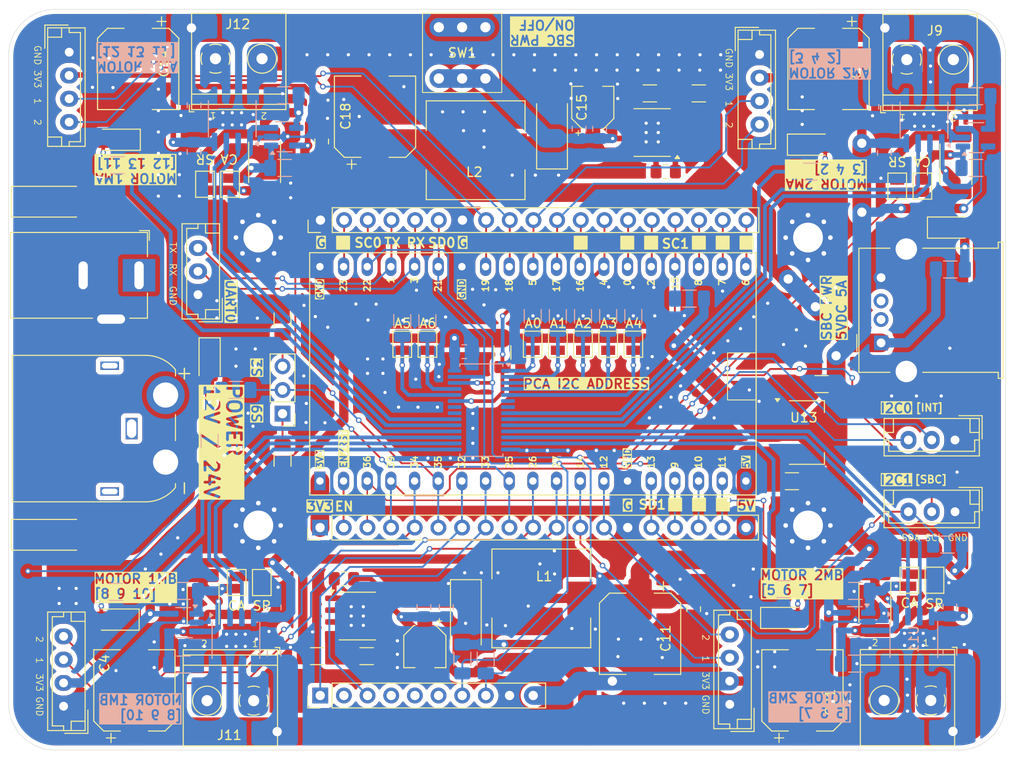
<source format=kicad_pcb>
(kicad_pcb (version 20240108) (generator "pcbnew") (generator_version "8.0")
  (layers (0 "F.Cu" signal) (31 "B.Cu" signal) (34 "B.Paste" user) (35 "F.Paste" user) (36 "B.SilkS" user "B.Silkscreen") (37 "F.SilkS" user "F.Silkscreen") (38 "B.Mask" user) (39 "F.Mask" user) (44 "Edge.Cuts" user))
  (net 0 "")
  (net 1 "VS")
  (net 2 "GND")
  (net 3 "VSS")
  (net 4 "/1MA1")
  (net 5 "/1MA2")
  (net 6 "/1MB1")
  (net 7 "/2MA1")
  (net 8 "/2MA2")
  (net 9 "/2MB1")
  (net 10 "/2MB2")
  (net 11 "/1MAL")
  (net 12 "/1MBL")
  (net 13 "/2MAL")
  (net 14 "/2MBL")
  (net 15 "/RX0")
  (net 16 "/TX0")
  (net 17 "SCL0")
  (net 18 "SDA0")
  (net 19 "1MA_SENSE")
  (net 20 "1MB_SENSE")
  (net 21 "2MB_SENSE")
  (net 22 "2MA_SENSE")
  (net 23 "VBATT")
  (net 24 "FSYNC")
  (net 25 "+3.3V")
  (net 26 "INT")
  (net 27 "/GPIO6")
  (net 28 "/GPIO2")
  (net 29 "/EN")
  (net 30 "/GPIO10")
  (net 31 "/GPIO8")
  (net 32 "/GPIO11")
  (net 33 "/GPIO7")
  (net 34 "/GPIO0")
  (net 35 "/GPIO9")
  (net 36 "/1MB2_ENC")
  (net 37 "/1MB1_ENC")
  (net 38 "M_OE")
  (net 39 "/SCL1")
  (net 40 "/SDA1")
  (net 41 "/PWR_LED_1")
  (net 42 "/PWR_LED_2")
  (net 43 "/PCA_A1")
  (net 44 "/PCA_A2")
  (net 45 "/PCA_A3")
  (net 46 "/PCA_A4")
  (net 47 "/PCA_A5")
  (net 48 "/buck2/VOUT")
  (net 49 "/PCA_A0")
  (net 50 "/PCA_A6")
  (net 57 "/1MB2")
  (net 58 "/2MA_EN")
  (net 59 "/2MB_EN")
  (net 60 "/motor-driver-2/IPROPI")
  (net 61 "/motor-driver-3/IPROPI")
  (net 62 "/motor-driver-1/IPROPI")
  (net 63 "/motor-driver-4/IPROPI")
  (net 64 "/2MB_IN1")
  (net 65 "/1MB_IN1")
  (net 66 "/2MA_IN1")
  (net 67 "/2MA_IN2")
  (net 68 "/1MB_IN2")
  (net 69 "/2MB_IN2")
  (net 70 "/1MA_IN1")
  (net 71 "/1MA_IN2")
  (net 72 "Net-(U7-BOOT)")
  (net 73 "/buck1/BUCK_OUT")
  (net 74 "/buck2/BUCK_VIN")
  (net 75 "Net-(U10-BOOT)")
  (net 76 "/buck2/BUCK_OUT")
  (net 77 "/buck1/BUCK_VSENSE")
  (net 78 "/buck2/BUCK_VSENSE")
  (net 85 "/3S")
  (net 86 "/6S")
  (net 87 "/VS_UNSAFE")
  (net 88 "+3.3VA")
  (net 93 "/1MA_EN")
  (net 94 "/1MB_EN")
  (net 95 "/2MB1_ENC")
  (net 96 "/2MB2_ENC")
  (net 97 "/1MA1_ENC")
  (net 98 "/1MA2_ENC")
  (net 99 "/2MA2_ENC")
  (net 100 "/2MA1_ENC")
  (net 101 "/GPIO16")
  (net 102 "/GPIO23")
  (net 103 "/motor-driver-1/I_SEN_CA")
  (net 104 "/motor-driver-2/I_SEN_CA")
  (net 105 "/motor-driver-3/I_SEN_CA")
  (net 106 "/motor-driver-4/I_SEN_CA")
  (net 107 "/motor-driver-1/I_SEN_SR")
  (net 108 "/motor-driver-2/I_SEN_SR")
  (net 109 "/motor-driver-3/I_SEN_SR")
  (net 110 "/motor-driver-4/I_SEN_SR")
  (footprint "LED_SMD:LED_1206_3216Metric_Pad1.42x1.75mm_HandSolder" (layer "F.Cu") (at 181.375 76.2)
    (property "Reference" "D3" (hide yes))
    (property "Value" "LED")
  )
  (footprint "Connector_PinHeader_2.54mm:PinHeader_1x10_P2.54mm_Vertical" (layer "F.Cu") (at 128.77 135.325 90)
    (property "Reference" "J16" (hide yes))
    (property "Value" "MPU9250")
  )
  (footprint "Connector_JST:JST_EH_B4B-EH-A_1x04_P2.50mm_Vertical" (layer "F.Cu") (at 172.725 136.275 90)
    (property "Reference" "J15" (hide yes))
    (property "Value" "2MA_ENC")
  )
  (footprint "Resistor_SMD:R_1206_3216Metric_Pad1.30x1.75mm_HandSolder" (layer "F.Cu") (at 164.15 70.7 180)
    (property "Reference" "R26" (hide yes))
    (property "Value" "3.16k")
  )
  (footprint "Capacitor_SMD:C_1206_3216Metric_Pad1.33x1.80mm_HandSolder" (layer "F.Cu") (at 179.4 112.325)
    (property "Reference" "C26" (hide yes))
    (property "Value" "10uF")
  )
  (footprint "TerminalBlock_Philmore:TerminalBlock_Philmore_TB132_1x02_P5.00mm_Horizontal" (layer "F.Cu") (at 117.525 66.975)
    (property "Reference" "J12")
    (property "Value" "1MA")
  )
  (footprint "PCM_Espressif:ESP32-DevKitC-slim" (layer "F.Cu") (at 128.735 112.3 90)
    (property "Reference" "U2" (hide yes))
    (property "Value" "ESP32-DevKitC" (hide yes))
  )
  (footprint "Capacitor_SMD:CP_Elec_8x10.5" (layer "F.Cu") (at 180.525 134.775 90)
    (property "Reference" "C21")
    (property "Value" "220uF")
  )
  (footprint "MountingHole:MountingHole_3.2mm_M3_Pad_Via" (layer "F.Cu") (at 122.125 117.075)
    (property "Reference" "H3" (hide yes))
    (property "Value" "MountingHole_Pad")
  )
  (footprint "Jumper:SolderJumper-2_P1.3mm_Open_Pad1.0x1.5mm" (layer "F.Cu") (at 162.375 97.62 -90)
    (property "Reference" "JP5" (hide yes))
    (property "Value" "A4")
  )
  (footprint "Connector_USB:USB_A_Molex_67643_Horizontal" (layer "F.Cu") (at 188.965 97.475 90)
    (property "Reference" "J5" (hide yes))
    (property "Value" "USB_A")
  )
  (footprint "Connector_PinHeader_2.54mm:PinHeader_1x19_P2.54mm_Vertical" (layer "F.Cu") (at 128.755 117.3 90)
    (property "Reference" "J2" (hide yes))
    (property "Value" "Bottom")
  )
  (footprint "Resistor_SMD:R_1206_3216Metric_Pad1.30x1.75mm_HandSolder" (layer "F.Cu") (at 128.45 131.1)
    (property "Reference" "R21" (hide yes))
    (property "Value" "10k")
  )
  (footprint "Resistor_SMD:R_1206_3216Metric_Pad1.30x1.75mm_HandSolder" (layer "F.Cu") (at 148.325 98.52 90)
    (property "Reference" "R31" (hide yes))
    (property "Value" "10k")
  )
  (footprint "Capacitor_SMD:CP_Elec_8x10.5" (layer "F.Cu") (at 183.325 68.075 -90)
    (property "Reference" "C7")
    (property "Value" "220uF")
  )
  (footprint "LED_SMD:LED_1206_3216Metric_Pad1.42x1.75mm_HandSolder" (layer "F.Cu") (at 116.9 99.4 -90)
    (property "Reference" "D7" (hide yes))
    (property "Value" "PWR")
  )
  (footprint "Capacitor_SMD:CP_Elec_8x10.5" (layer "F.Cu") (at 108.825 134.775 90)
    (property "Reference" "C4")
    (property "Value" "220uF")
  )
  (footprint "Inductor_SMD:L_10.4x10.4_H4.8" (layer "F.Cu") (at 152.5 124.9)
    (property "Reference" "L1")
    (property "Value" "22uH")
  )
  (footprint "Connector_JST:JST_EH_B4B-EH-A_1x04_P2.50mm_Vertical" (layer "F.Cu") (at 101.225 136.475 90)
    (property "Reference" "J6" (hide yes))
    (property "Value" "2MB_ENC")
  )
  (footprint "Jumper:SolderJumper-2_P1.3mm_Open_Pad1.0x1.5mm" (layer "F.Cu") (at 151.575 97.62 -90)
    (property "Reference" "JP1" (hide yes))
    (property "Value" "A0")
  )
  (footprint "Connector_JST:JST_EH_B3B-EH-A_1x03_P2.50mm_Vertical" (layer "F.Cu") (at 196.9 115.6 180)
    (property "Reference" "J7" (hide yes))
    (property "Value" "I2C1")
  )
  (footprint "Diode_SMD:D_SMA_Handsoldering" (layer "F.Cu") (at 153.65 74.3 90)
    (property "Reference" "D9" (hide yes))
    (property "Value" "SS54")
  )
  (footprint "Connector_AMASS:AMASS_XT60IPW-M_1x03_P7.20mm_Horizontal" (layer "F.Cu") (at 112.175 110.275 90)
    (property "Reference" "J4" (hide yes))
    (property "Value" "PWR")
  )
  (footprint "Connector_JST:JST_EH_B3B-EH-A_1x03_P2.50mm_Vertical" (layer "F.Cu") (at 196.9 107.9 180)
    (property "Reference" "J18" (hide yes))
    (property "Value" "I2C0")
  )
  (footprint "Button_Switch_THT:SW_PUSH_6mm_H5mm" (layer "F.Cu") (at 141.5 63.6)
    (property "Reference" "SW1")
    (property "Value" "ON/OFF")
  )
  (footprint "Capacitor_SMD:CP_Elec_8x10.5" (layer "F.Cu") (at 134.65 73.2 90)
    (property "Reference" "C18")
    (property "Value" "330uF")
  )
  (footprint "Resistor_SMD:R_1206_3216Metric_Pad1.30x1.75mm_HandSolder" (layer "F.Cu") (at 133.75 131.1)
    (property "Reference" "R22" (hide yes))
    (property "Value" "3.16k")
  )
  (footprint "Package_SO:SOIC-8-1EP_3.9x4.9mm_P1.27mm_EP2.29x3mm_ThermalVias" (layer "F.Cu") (at 164.4 74.9 180)
    (property "Reference" "U10" (hide yes))
    (property "Value" "TPS5450DDA")
  )
  (footprint "Resistor_SMD:R_2512_6332Metric_Pad1.40x3.35mm_HandSolder" (layer "F.Cu") (at 116.2 125.5 -90)
    (property "Reference" "R17" (hide yes))
    (property "Value" "R_SHUNT")
  )
  (footprint "Connector_BarrelJack:BarrelJack_Horizontal" (layer "F.Cu") (at 109.325 90.225)
    (property "Reference" "J3" (hide yes))
    (property "Value" "PWR")
  )
  (footprint "Capacitor_SMD:C_0805_2012Metric_Pad1.18x1.45mm_HandSolder" (layer "F.Cu") (at 168.85 126.05 -90)
    (property "Reference" "C24" (hide yes))
    (property "Value" "10nF")
  )
  (footprint "Diode_SMD:D_SMA_Handsoldering" (layer "F.Cu") (at 100.125 118.075)
    (property "Reference" "D10" (hide yes))
    (property "Value" "M7")
  )
  (footprint "Jumper:SolderJumper-2_P1.3mm_Open_Pad1.0x1.5mm" (layer "F.Cu") (at 159.675 97.62 -90)
    (property "Reference" "JP4" (hide yes))
    (property "Value" "A3")
  )
  (footprint "Resistor_SMD:R_1206_3216Metric_Pad1.30x1.75mm_HandSolder" (layer "F.Cu") (at 124.725 109.995 -90)
    (property "Reference" "R30" (hide yes))
    (property "Value" "2k")
  )
  (footprint "Capacitor_SMD:C_0805_2012Metric_Pad1.18x1.45mm_HandSolder" (layer "F.Cu") (at 165.85 79.1 180)
    (property "Reference" "C17" (hide yes))
    (property "Value" "10nF")
  )
  (footprint "Jumper:SolderJumper-2_P1.3mm_Open_Pad1.0x1.5mm" (layer "F.Cu") (at 119.1 80.45 90)
    (property "Reference" "JP8" (hide yes))
    (property "Value" "CA")
  )
  (footprint "Package_TO_SOT_SMD:SOT-223-3_TabPin2" (layer "F.Cu") (at 180.975 107.1)
    (property "Reference" "U13")
    (property "Value" "AMS1117-3.3")
  )
  (footprint "Diode_SMD:D_SMA_Handsoldering" (layer "F.Cu") (at 144.4 127.4 -90)
    (property "Reference" "D8" (hide yes))
    (property "Value" "SS54")
  )
  (footprint "Jumper:SolderJumper-2_P1.3mm_Open_Pad1.0x1.5mm" (layer "F.Cu") (at 137.575 97.62 -90)
    (property "Reference" "JP6" (hide yes))
    (property "Value" "A5")
  )
  (footprint "Resistor_SMD:R_2512_6332Metric_Pad1.40x3.35mm_HandSolder" (layer "F.Cu") (at 197 78.3 90)
    (property "Reference" "R19" (hide yes))
    (property "Value" "R_SHUNT")
  )
  (footprint "Capacitor_SMD:CP_Elec_4x5.4" (layer "F.Cu") (at 140 130.075 -90)
    (property "Reference" "C8" (hide yes))
    (property "Value" "4.7uF")
  )
  (footprint "Connector_JST:JST_EH_B3B-EH-A_1x03_P2.50mm_Vertical" (layer "F.Cu") (at 115.65 92.3 90)
    (property "Reference" "J8" (hide yes))
    (property "Value" "UART0")
  )
  (footprint "Jumper:SolderJumper-2_P1.3mm_Open_Pad1.0x1.5mm" (layer "F.Cu") (at 122.5 123.2 90)
    (property "Reference" "JP13" (hide yes))
    (property "Value" "SR")
  )
  (footprint "Diode_SMD:D_SMA_Handsoldering" (layer "F.Cu") (at 100.125 82.325)
    (property "Reference" "D5" (hide yes))
    (property "Value" "M7")
  )
  (footprint "Connector_JST:JST_EH_B4B-EH-A_1x04_P2.50mm_Vertical" (layer "F.Cu") (at 101.825 66.275 -90)
    (property "Reference" "J14" (hide yes))
    (property "Value" "1MB_ENC")
  )
  (footprint "Jumper:SolderJumper-2_P1.3mm_Open_Pad1.0x1.5mm" (layer "F.Cu") (at 193.4 80.65 90)
    (property "Reference" "JP10" (hide yes))
    (property "Value" "CA")
  )
  (footprint "Jumper:SolderJumper-2_P1.3mm_Open_Pad1.0x1.5mm" (layer "F.Cu") (at 192 122.95 -90)
    (property "Reference" "JP11" (hide yes))
    (property "Value" "CA")
  )
  (footprint "Capacitor_SMD:C_0805_2012Metric_Pad1.18x1.45mm_HandSolder" (layer "F.Cu") (at 131.3125 122.799377)
    (property "Reference" "C10" (hide yes))
    (property "Value" "10nF")
  )
  (footprint "Capacitor_SMD:C_1206_3216Metric_Pad1.33x1.80mm_HandSolder" (layer "F.Cu") (at 182.575 101.9 180)
    (property "Reference" "C27" (hide yes))
    (property "Value" "10uF")
  )
  (footprint "LED_SMD:LED_1206_3216Metric_Pad1.42x1.75mm_HandSolder" (layer "F.Cu") (at 178.5 127)
    (property "Reference" "D4" (hide yes))
    (property "Value" "LED")
  )
  (footprint "Capacitor_SMD:C_0805_2012Metric_Pad1.18x1.45mm_HandSolder" (layer "F.Cu") (at 128.925558 75.858109 90)
    (property "Reference" "C25" (hide yes))
    (property "Value" "10nF")
  )
  (footprint "Jumper:SolderJumper-2_P1.3mm_Open_Pad1.0x1.5mm" (layer "F.Cu") (at 154.275 97.62 -90)
    (property "Reference" "JP2" (hide yes))
    (property "Value" "A1")
  )
  (footprint "TerminalBlock_Philmore:TerminalBlock_Philmore_TB132_1x02_P5.00mm_Horizontal" (layer "F.Cu") (at 191.725 67.075)
    (property "Reference" "J9")
    (property "Value" "2MA")
  )
  (footprint "Jumper:SolderJumper-2_P1.3mm_Open_Pad1.0x1.5mm" (layer "F.Cu") (at 156.975 97.62 -90)
    (property "Reference" "JP3" (hide yes))
    (property "Value" "A2")
  )
  (footprint "Inductor_SMD:L_10.4x10.4_H4.8" (layer "F.Cu") (at 145.45 76.8 180)
    (property "Reference" "L2")
    (property "Value" "22uH")
  )
  (footprint "LED_SMD:LED_1206_3216Metric_Pad1.42x1.75mm_HandSolder" (layer "F.Cu") (at 106.875 127.175 180)
    (property "Reference" "D2" (hide yes))
    (property "Value" "LED")
  )
  (footprint "Capacitor_SMD:CP_Elec_4x5.4" (layer "F.Cu") (at 158.025 72.2 90)
    (property "Reference" "C15")
    (property "Value" "4.7uF")
  )
  (footprint "TerminalBlock_Philmore:TerminalBlock_Philmore_TB132_1x02_P5.00mm_Horizontal" (layer "F.Cu") (at 121.625 135.875 180)
    (property "Reference" "J11")
    (property "Value" "1MB")
  )
  (footprint "TerminalBlock_Philmore:TerminalBlock_Philmore_TB132_1x02_P5.00mm_Horizontal" (layer "F.Cu") (at 194.3 135.85 180)
    (property "Reference" "J10" (hide yes))
    (property "Value" "2MB")
  )
  (footprint "Connector_PinHeader_2.54mm:PinHeader_1x03_P2.54mm_Vertical" (layer "F.Cu") (at 124.725 105.075 180)
    (property "Reference" "J17" (hide yes))
    (property "Value" "VBATT_SELECT")
  )
  (footprint "Resistor_SMD:R_2512_6332Metric_Pad1.40x3.35mm_HandSolder" (layer "F.Cu") (at 122.8 78.1 90)
    (property "Reference" "R23" (hide yes))
    (property "Value" "R_SHUNT")
  )
  (footprint "Connector_PinHeader_2.54mm:PinHeader_1x19_P2.54mm_Vertical" (layer "F.Cu") (at 128.795 84.3 90)
    (property "Reference" "J1" (hide yes))
    (property "Value" "Top")
  )
  (footprint "Resistor_SMD:R_2512_6332Metric_Pad1.40x3.35mm_HandSolder" (layer "F.Cu") (at 188.3 125.3 -90)
    (property "Reference" "R27" (hide yes))
    (property "Value" "R_SHUNT")
  )
  (footprint "MountingHole:MountingHole_3.2mm_M3_Pad_Via" (layer "F.Cu") (at 181.125 86.175)
    (property "Reference" "H2" (hide yes))
    (property "Value" "MountingHole_Pad")
  )
  (footprint "Jumper:SolderJumper-2_P1.3mm_Open_Pad1.0x1.5mm" (layer "F.Cu") (at 194.7 122.95 90)
    (property "Reference" "JP15" (hide yes))
    (property "Value" "SR")
  )
  (footprint "Jumper:SolderJumper-2_P1.3mm_Open_Pad1.0x1.5mm" (layer "F.Cu") (at 190.7 80.65 -90)
    (property "Reference" "JP14" (hide yes))
    (property "Value" "SR")
  )
  (footprint "LED_SMD:LED_1206_3216Metric_Pad1.42x1.75mm_HandSolder" (layer "F.Cu") (at 107 75.675 180)
    (property "Reference" "D1" (hide yes))
    (property "Value" "LED")
  )
  (footprint "Package_SO:SOIC-8-1EP_3.9x4.9mm_P1.27mm_EP2.29x3mm_ThermalVias" (layer "F.Cu") (at 132.747127 126.795)
    (property "Reference" "U7" (hide yes))
    (property "Value" "TPS5450DDA")
  )
  (footprint "Connector_JST:JST_EH_B4B-EH-A_1x04_P2.50mm_Vertical" (layer "F.Cu") (at 175.925 66.525 -90)
    (property "Reference" "J13" (hide yes))
    (property "Value" "1MA_ENC")
  )
  (footprint "Jumper:SolderJumper-2_P1.3mm_Open_Pad1.0x1.5mm" (layer "F.Cu") (at 140.275 97.62 -90)
    (property "Reference" "JP7" (hide yes))
    (property "Value" "A6")
  )
  (footprint "MountingHole:MountingHole_3.2mm_M3_Pad_Via" (layer "F.Cu") (at 122.125 86.175)
    (property "Reference" "H4" (hide yes))
    (property "Value" "MountingHole_Pad")
  )
  (footprint "Jumper:SolderJumper-2_P1.3mm_Open_Pad1.0x1.5mm" (layer "F.Cu") (at 116.4 80.45 -90)
    (property "Reference" "JP12" (hide yes))
    (property "Value" "SR")
  )
  (footprint "Resistor_SMD:R_1206_3216Metric_Pad1.30x1.75mm_HandSolder" (layer "F.Cu") (at 169.405 70.7 180)
    (property "Reference" "R25" (hide yes))
    (property "Value" "10k")
  )
  (footprint "MountingHole:MountingHole_3.2mm_M3_Pad_Via" (layer "F.Cu") (at 181.125 117.075)
    (property "Reference" "H1" (hide yes))
    (property "Value" "MountingHole_Pad")
  )
  (footprint "Jumper:SolderJumper-2_P1.3mm_Open_Pad1.0x1.5mm" (layer "F.Cu") (at 119.8 123.2 -90)
    (property "Reference" "JP9" (hide yes))
    (property "Value" "CA")
  )
  (footprint "Capacitor_SMD:CP_Elec_8x10.5" (layer "F.Cu") (at 109.23 68.075 -90)
    (property "Reference" "C14")
    (property "Value" "220uF")
  )
  (footprint "Resistor_SMD:R_1206_3216Metric_Pad1.30x1.75mm_HandSolder" (layer "F.Cu") (at 124.725 94.995 90)
    (property "Reference" "R10" (hide yes))
    (property "Value" "3k9")
  )
  (footprint "Capacitor_SMD:CP_Elec_8x10.5" (layer "F.Cu") (at 163.1 128.7 -90)
    (property "Reference" "C11")
    (property "Value" "330uF")
  )
  (footprint "LED_SMD:LED_1206_3216Metric_Pad1.42x1.75mm_HandSolder" (layer "F.Cu") (at 196.4 85.1)
    (property "Reference" "D6" (hide yes))
    (property "Value" "PWR")
  )
  (footprint "Capacitor_SMD:C_0805_2012Metric_Pad1.18x1.45mm_HandSolder" (layer "B.Cu") (at 158.75 74.5 90)
    (property "Reference" "C23" (hide yes))
    (property "Value" "10nF")
  )
  (footprint "Package_SO:TSSOP-28_4.4x9.7mm_P0.65mm" (layer "B.Cu") (at 146.0625 104.695 180)
    (property "Reference" "U1" (hide yes))
    (property "Value" "PCA9635")
  )
  (footprint "Package_TO_SOT_SMD:SOT-23-5_HandSoldering" (layer "B.Cu") (at 114.15 127.5 180)
    (property "Reference" "U4" (hide yes))
    (property "Value" "INA139")
  )
  (footprint "Resistor_SMD:R_1206_3216Metric_Pad1.30x1.75mm_HandSolder" (layer "B.Cu") (at 114.1 132)
    (property "Reference" "R35" (hide yes))
    (property "Value" "R_TRIP")
  )
  (footprint "Capacitor_SMD:C_0805_2012Metric_Pad1.18x1.45mm_HandSolder" (layer "B.Cu") (at 156.55 74.5 90)
    (property "Reference" "C16" (hide yes))
    (property "Value" "4.7uF")
  )
  (footprint "Capacitor_SMD:C_0805_2012Metric_Pad1.18x1.45mm_HandSolder" (layer "B.Cu") (at 115.231968 71.985269 -90)
    (property "Reference" "C13" (hide yes))
    (property "Value" "1uF")
  )
  (footprint "Resistor_SMD:R_1206_3216Metric_Pad1.30x1.75mm_HandSolder" (layer "B.Cu") (at 144.025 131.4 90)
    (property "Reference" "R16" (hide yes))
    (property "Value" "4.7k")
  )
  (footprint "Resistor_SMD:R_1206_3216Metric_Pad1.30x1.75mm_HandSolder" (layer "B.Cu") (at 168.4 92.725)
    (property "Reference" "R32" (hide yes))
    (property "Value" "4.7k")
  )
  (footprint "Resistor_SMD:R_1206_3216Metric_Pad1.30x1.75mm_HandSolder" (layer "B.Cu") (at 151.575 94.62 -90)
    (property "Reference" "R4" (hide yes))
    (property "Value" "10k")
  )
  (footprint "Resistor_SMD:R_1206_3216Metric_Pad1.30x1.75mm_HandSolder" (layer "B.Cu") (at 156.975 94.62 -90)
    (property "Reference" "R7" (hide yes))
    (property "Value" "10k")
  )
  (footprint "Resistor_SMD:R_1206_3216Metric_Pad1.30x1.75mm_HandSolder" (layer "B.Cu") (at 124.95 78.7)
    (property "Reference" "R24" (hide yes))
    (property "Value" "R_GAIN")
  )
  (footprint "Resistor_SMD:R_1206_3216Metric_Pad1.30x1.75mm_HandSolder" (layer "B.Cu") (at 114.1 124.1 180)
    (property "Reference" "R18" (hide yes))
    (property "Value" "R_GAIN")
  )
  (footprint "Resistor_SMD:R_1206_3216Metric_Pad1.30x1.75mm_HandSolder" (layer "B.Cu") (at 178.5 123.9)
    (property "Reference" "R5" (hide yes))
    (property "Value" "220R")
  )
  (footprint "Package_TO_SOT_SMD:SOT-23-5_HandSoldering" (layer "B.Cu") (at 124.85 75.35)
    (property "Reference" "U9" (hide yes))
    (property "Value" "INA139")
  )
  (footprint "Resistor_SMD:R_1206_3216Metric_Pad1.30x1.75mm_HandSolder" (layer "B.Cu") (at 124.9 70.9 180)
    (property "Reference" "R34" (hide yes))
    (property "Value" "R_TRIP")
  )
  (footprint "Resistor_SMD:R_1206_3216Metric_Pad1.30x1.75mm_HandSolder" (layer "B.Cu") (at 119.725 102.525)
    (property "Reference" "R8" (hide yes))
    (property "Value" "47k")
  )
  (footprint "Capacitor_SMD:C_0805_2012Metric_Pad1.18x1.45mm_HandSolder" (layer "B.Cu") (at 115.225 76.975 -90)
    (property "Reference" "C12" (hide yes))
    (property "Value" "10nF")
  )
  (footprint "Package_TO_SOT_SMD:SOT-23-5_HandSoldering" (layer "B.Cu") (at 199.1 75.45)
    (property "Reference" "U6" (hide yes))
    (property "Value" "INA139")
  )
  (footprint "Resistor_SMD:R_1206_3216Metric_Pad1.30x1.75mm_HandSolder" (layer "B.Cu") (at 159.675 94.62 -90)
    (property "Reference" "R9" (hide yes))
    (property "Value" "10k")
  )
  (footprint "Package_SO:SOIC-8-1EP_3.9x4.9mm_P1.27mm_EP2.29x3mm_ThermalVias" (layer "B.Cu") (at 119.325 73.425 90)
    (property "Reference" "U8" (hide yes))
    (property "Value" "DRV8251ADDAR")
  )
  (footprint "Resistor_SMD:R_1206_3216Metric_Pad1.30x1.75mm_HandSolder" (layer "B.Cu") (at 140.275 95.17 -90)
    (property "Reference" "R29" (hide yes))
    (property "Value" "10k")
  )
  (footprint "Capacitor_SMD:C_0805_2012Metric_Pad1.18x1.45mm_HandSolder" (layer "B.Cu") (at 189.325 77.075 -90)
    (property "Reference" "C5" (hide yes))
    (property "Value" "10nF")
  )
  (footprint "Resistor_SMD:R_1206_3216Metric_Pad1.30x1.75mm_HandSolder" (layer "B.Cu") (at 199.15 78.7)
    (property "Reference" "R20" (hide yes))
    (property "Value" "R_GAIN")
  )
  (footprint "Resistor_SMD:R_1206_3216Metric_Pad1.30x1.75mm_HandSolder" (layer "B.Cu") (at 186.2 124.1 180)
    (property "Reference" "R28" (hide yes))
    (property "Value" "R_GAIN")
  )
  (footprint "Resistor_SMD:R_1206_3216Metric_Pad1.30x1.75mm_HandSolder" (layer "B.Cu") (at 162.375 94.62 -90)
    (property "Reference" "R11" (hide yes))
    (property "Value" "10k")
  )
  (footprint "Capacitor_SMD:C_0805_2012Metric_Pad1.18x1.45mm_HandSolder" (layer "B.Cu") (at 144.225 98.42)
    (property "Reference" "C1" (hide yes))
    (property "Value" "100nF")
  )
  (footprint "Package_TO_SOT_SMD:SOT-23-5_HandSoldering" (layer "B.Cu") (at 186.25 127.4 180)
    (property "Reference" "U12" (hide yes))
    (property "Value" "INA139")
  )
  (footprint "Capacitor_SMD:C_0805_2012Metric_Pad1.18x1.45mm_HandSolder" (layer "B.Cu") (at 196.35 130.75 90)
    (property "Reference" "C20" (hide yes))
    (property "Value" "1uF")
  )
  (footprint "Capacitor_SMD:C_0805_2012Metric_Pad1.18x1.45mm_HandSolder" (layer "B.Cu") (at 196.35 125.775 90)
    (property "Reference" "C19" (hide yes))
    (property "Value" "10nF")
  )
  (footprint "Capacitor_SMD:C_0805_2012Metric_Pad1.18x1.45mm_HandSolder" (layer "B.Cu") (at 139.9 125.825 90)
    (property "Reference" "C22" (hide yes))
    (property "Value" "10nF")
  )
  (footprint "Resistor_SMD:R_1206_3216Metric_Pad1.30x1.75mm_HandSolder" (layer "B.Cu") (at 186.2 131.9)
    (property "Reference" "R37" (hide yes))
    (property "Value" "R_TRIP")
  )
  (footprint "Capacitor_SMD:C_0805_2012Metric_Pad1.18x1.45mm_HandSolder" (layer "B.Cu") (at 123.825 125.875 90)
    (property "Reference" "C2" (hide yes))
    (property "Value" "10nF")
  )
  (footprint "Capacitor_SMD:C_0805_2012Metric_Pad1.18x1.45mm_HandSolder" (layer "B.Cu") (at 123.822491 130.834571 90)
    (property "Reference" "C3" (hide yes))
    (property "Value" "1uF")
  )
  (footprint "Package_SO:SOIC-8-1EP_3.9x4.9mm_P1.27mm_EP2.29x3mm_ThermalVias" (layer "B.Cu") (at 193.575 73.575 90)
    (property "Reference" "U5" (hide yes))
    (property "Value" "DRV8251ADDAR")
  )
  (footprint "Resistor_SMD:R_1206_3216Metric_Pad1.30x1.75mm_HandSolder" (layer "B.Cu") (at 137.575 95.17 -90)
    (property "Reference" "R12" (hide yes))
    (property "Value" "10k")
  )
  (footprint "Resistor_SMD:R_1206_3216Metric_Pad1.30x1.75mm_HandSolder" (layer "B.Cu") (at 196.4 89.6)
    (property "Reference" "R13" (hide yes))
    (property "Value" "470R")
  )
  (footprint "Package_SO:SOIC-8-1EP_3.9x4.9mm_P1.27mm_EP2.29x3mm_ThermalVias" (layer "B.Cu") (at 192.485 129.3 -90)
    (property "Reference" "U11")
    (property "Value" "DRV8251ADDAR")
  )
  (footprint "Capacitor_SMD:C_0805_2012Metric_Pad1.18x1.45mm_HandSolder" (layer "B.Cu") (at 142.3 125.825 90)
    (property "Reference" "C9" (hide yes))
    (property "Value" "4.7uF")
  )
  (footprint "Resistor_SMD:R_1206_3216Metric_Pad1.30x1.75mm_HandSolder" (layer "B.Cu") (at 154.275 94.62 -90)
    (property "Reference" "R6" (hide yes))
    (property "Value" "10k")
  )
  (footprint "Resistor_SMD:R_1206_3216Metric_Pad1.30x1.75mm_HandSolder" (layer "B.Cu") (at 181.375 79.1)
    (property "Reference" "R3" (hide yes))
    (property "Value" "220R")
  )
  (footprint "Resistor_SMD:R_1206_3216Metric_Pad1.30x1.75mm_HandSolder" (layer "B.Cu") (at 107 78.4 180)
    (property "Reference" "R1" (hide yes))
    (property "Value" "220R")
  )
  (footprint "Resistor_SMD:R_1206_3216Metric_Pad1.30x1.75mm_HandSolder" (layer "B.Cu") (at 196.1 119.125)
    (property "Reference" "R33" (hide yes))
    (property "Value" "4.7k")
  )
  (footprint "Package_SO:SOIC-8-1EP_3.9x4.9mm_P1.27mm_EP2.29x3mm_ThermalVias" (layer "B.Cu") (at 119.725 129.4 -90)
    (property "Reference" "U3" (hide yes))
    (property "Value" "DRV8251ADDAR")
  )
  (footprint "Capacitor_SMD:C_0805_2012Metric_Pad1.18x1.45mm_HandSolder" (layer "B.Cu") (at 189.45 72.1375 -90)
    (property "Reference" "C6" (hide yes))
    (property "Value" "1uF")
  )
  (footprint "Resistor_SMD:R_1206_3216Metric_Pad1.30x1.75mm_HandSolder" (layer "B.Cu") (at 199.15 71 180)
    (property "Reference" "R36" (hide yes))
    (property "Value" "R_TRIP")
  )
  (footprint "Resistor_SMD:R_1206_3216Metric_Pad1.30x1.75mm_HandSolder" (layer "B.Cu") (at 146.525 131.4 90)
    (property "Reference" "R15" (hide yes))
    (property "Value" "4.7k")
  )
  (footprint "Resistor_SMD:R_1206_3216Metric_Pad1.30x1.75mm_HandSolder" (layer "B.Cu") (at 116.9 108 90)
    (property "Reference" "R14" (hide yes))
    (property "Value" "220R")
  )
  (footprint "Resistor_SMD:R_1206_3216Metric_Pad1.30x1.75mm_HandSolder" (layer "B.Cu") (at 106.85 124.2 180)
    (property "Reference" "R2" (hide yes))
    (property "Value" "220R")
  )
  (gr_rect (start 166.165 114.12) (end 167.565 115.52) (stroke (width 0.1)) (fill solid) (layer "F.SilkS"))
  (gr_rect (start 171.285 114.12) (end 172.685 115.52) (stroke (width 0.1)) (fill solid) (layer "F.SilkS"))
  (gr_rect (start 171.265 86.02) (end 172.665 87.42) (stroke (width 0.1)) (fill solid) (layer "F.SilkS"))
  (gr_rect (start 163.585 86.02) (end 164.985 87.42) (stroke (width 0.1)) (fill solid) (layer "F.SilkS"))
  (gr_rect (start 156.025 86.02) (end 157.425 87.42) (stroke (width 0.1)) (fill solid) (layer "F.SilkS"))
  (gr_rect (start 173.825 86.02) (end 175.225 87.42) (stroke (width 0.1)) (fill solid) (layer "F.SilkS"))
  (gr_rect (start 168.725 114.12) (end 170.125 115.52) (stroke (width 0.1)) (fill solid) (layer "F.SilkS"))
  (gr_rect (start 130.525 86.02) (end 131.925 87.42) (stroke (width 0.1)) (fill solid) (layer "F.SilkS"))
  (gr_rect (start 168.705 86.02) (end 170.105 87.42) (stroke (width 0.1)) (fill solid) (layer "F.SilkS"))
  (gr_rect (start 161.025 86.02) (end 162.425 87.42) (stroke (width 0.1)) (fill solid) (layer "F.SilkS"))
  (gr_arc (start 202.325 136.175) (mid 200.860534 139.710534) (end 197.325 141.175) (stroke (width 0.05)) (layer "Edge.Cuts"))
  (gr_line (start 100.325 61.675) (end 197.325 61.675) (stroke (width 0.05)) (layer "Edge.Cuts"))
  (gr_line (start 202.325 66.675) (end 202.325 136.175) (stroke (width 0.05)) (layer "Edge.Cuts"))
  (gr_arc (start 100.325 141.175) (mid 96.789466 139.710534) (end 95.325 136.175) (stroke (width 0.05)) (layer "Edge.Cuts"))
  (gr_arc (start 197.325 61.675) (mid 200.860534 63.139466) (end 202.325 66.675) (stroke (width 0.05)) (layer "Edge.Cuts"))
  (gr_line (start 197.325 141.175) (end 100.325 141.175) (stroke (width 0.05)) (layer "Edge.Cuts"))
  (gr_arc (start 95.325 66.675) (mid 96.789466 63.139466) (end 100.325 61.675) (stroke (width 0.05)) (layer "Edge.Cuts"))
  (gr_line (start 95.325 136.175) (end 95.325 66.675) (stroke (width 0.05)) (layer "Edge.Cuts"))
  (gr_text "MOTOR 1MB\n[8 9 10]" (at 114.05 138.025 -0) (layer "B.SilkS" knockout) (effects (font (size 1 1) (thickness 0.2) (bold yes)) (justify left bottom mirror)))
  (gr_text "MOTOR 1MA\n[12 13 11]" (at 104.575 65.6 -180) (layer "B.SilkS" knockout) (effects (font (size 1 1) (thickness 0.2) (bold yes)) (justify left bottom mirror)))
  (gr_text "MOTOR 2MB\n[5 6 7]" (at 185.875 137.825 -0) (layer "B.SilkS" knockout) (effects (font (size 1 1) (thickness 0.2) (bold yes)) (justify left bottom mirror)))
  (gr_text "MOTOR 2MA\n[3 4 2]" (at 178.925 66.275 -180) (layer "B.SilkS" knockout) (effects (font (size 1 1) (thickness 0.2) (bold yes)) (justify left bottom mirror)))
  (gr_text "TX  RX  GND" (at 112.55 86.6 -90) (layer "F.SilkS") (effects (font (size 0.7 0.7) (thickness 0.0875)) (justify left bottom)))
  (gr_text "6S" (at 121.325 103.975 270) (layer "F.SilkS" knockout) (effects (font (size 1 1) (thickness 0.2) (bold yes)) (justify left bottom)))
  (gr_text "2         1" (at 197.125 72.875 180) (layer "F.SilkS") (effects (font (size 0.7 0.7) (thickness 0.1)) (justify left bottom)))
  (gr_text "MOTOR 2MB\n[5 6 7]" (at 175.9 124.6 0) (layer "F.SilkS" knockout) (effects (font (size 1 1) (thickness 0.2) (bold yes)) (justify left bottom)))
  (gr_text "GND 3V3  1   2" (at 98.025 65.475 270) (layer "F.SilkS") (effects (font (size 0.7 0.7) (thickness 0.0875)) (justify left bottom)))
  (gr_text "[SBC]" (at 192.5 112.6 0) (layer "F.SilkS") (effects (font (size 0.8 0.8) (thickness 0.16) (bold yes)) (justify left bottom)))
  (gr_text "MOTOR 1MA\n[12 13 11]" (at 113.5 77.6 180) (layer "F.SilkS" knockout) (effects (font (size 1 1) (thickness 0.2) (bold yes)) (justify left bottom)))
  (gr_text " 2   1  3V3 GND" (at 98.225 128.375 270) (layer "F.SilkS") (effects (font (size 0.7 0.7) (thickness 0.0875)) (justify left bottom)))
  (gr_text "[INT]" (at 192.6 104.9 0) (layer "F.SilkS") (effects (font (size 0.8 0.8) (thickness 0.16) (bold yes)) (justify left bottom)))
  (gr_text " 2   1  3V3 GND" (at 169.725 128.175 270) (layer "F.SilkS") (effects (font (size 0.7 0.7) (thickness 0.0875)) (justify left bottom)))
  (gr_text "RX" (at 137.925 87.32 0) (layer "F.SilkS") (effects (font (size 1 1) (thickness 0.2) (bold yes)) (justify left bottom)))
  (gr_text "3V3" (at 127.225 115.62 0) (layer "F.SilkS" knockout) (effects (font (size 1 1) (thickness 0.2) (bold yes)) (justify left bottom)))
  (gr_text "POWER\n12V / 24V" (at 116.2 101.8 270) (layer "F.SilkS" knockout) (effects (font (size 1.5 1.5) (thickness 0.3) (bold yes)) (justify left bottom)))
  (gr_text "2         1" (at 115.925 130.175 0) (layer "F.SilkS") (effects (font (size 0.7 0.7) (thickness 0.1)) (justify left bottom)))
  (gr_text "G" (at 128.225 87.32 0) (layer "F.SilkS" knockout) (effects (font (size 1 1) (thickness 0.2) (bold yes)) (justify left bottom)))
  (gr_text "PCA I2C ADDRESS" (at 150.45 102.475 -0) (layer "F.SilkS" knockout) (effects (font (size 1 1) (thickness 0.2) (bold yes)) (justify left bottom)))
  (gr_text "SD0" (at 140.225 87.32 0) (layer "F.SilkS") (effects (font (size 1 1) (thickness 0.2) (bold yes)) (justify left bottom)))
  (gr_text "TX" (at 135.525 87.32 0) (layer "F.SilkS") (effects (font (size 1 1) (thickness 0.2) (bold yes)) (justify left bottom)))
  (gr_text "EN" (at 130.225 115.62 0) (layer "F.SilkS") (effects (font (size 1 1) (thickness 0.2) (bold yes)) (justify left bottom)))
  (gr_text "SC1" (at 165.325 87.42 0) (layer "F.SilkS") (effects (font (size 1 1) (thickness 0.2) (bold yes)) (justify left bottom)))
  (gr_text "GND 3V3  1   2" (at 172.225 65.775 270) (layer "F.SilkS") (effects (font (size 0.7 0.7) (thickness 0.0875)) (justify left bottom)))
  (gr_text "MOTOR 1MB\n[8 9 10]" (at 104.4 125 0) (layer "F.SilkS" knockout) (effects (font (size 1 1) (thickness 0.2) (bold yes)) (justify left bottom)))
  (gr_text "SC0" (at 132.325 87.32 0) (layer "F.SilkS") (effects (font (size 1 1) (thickness 0.2) (bold yes)) (justify left bottom)))
  (gr_text "G" (at 161.125 115.52 0) (layer "F.SilkS" knockout) (effects (font (size 1 1) (thickness 0.2) (bold yes)) (justify left bottom)))
  (gr_text "SBC PWR\n5VDC 5A" (at 185.325 97.275 90) (layer "F.SilkS" knockout) (effects (font (size 1 1) (thickness 0.2) (bold yes)) (justify left bottom)))
  (gr_text "SD1" (at 162.825 115.42 0) (layer "F.SilkS") (effects (font (size 1 1) (thickness 0.2) (bold yes)) (justify left bottom)))
  (gr_text "G" (at 143.425 87.32 0) (layer "F.SilkS" knockout) (effects (font (size 1 1) (thickness 0.2) (bold yes)) (justify left bottom)))
  (gr_text "2         1" (at 187.925 130.075 0) (layer "F.SilkS") (effects (font (size 0.7 0.7) (thickness 0.1)) (justify left bottom)))
  (gr_text "2         1" (at 123.125 72.675 180) (layer "F.SilkS") (effects (font (size 0.7 0.7) (thickness 0.1)) (justify left bottom)))
  (gr_text "3S" (at 121.325 99.075 270) (layer "F.SilkS" knockout) (effects (font (size 1 1) (thickness 0.2) (bold yes)) (justify left bottom)))
  (gr_text "MOTOR 2MA\n[3 4 2]" (at 187.6 78.2 180) (layer "F.SilkS" knockout) (effects (font (size 1 1) (thickness 0.2) (bold yes)) (justify left bottom)))
  (gr_text "5V" (at 173.425 115.52 0) (layer "F.SilkS" knockout) (effects (font (size 1 1) (thickness 0.2) (bold yes)) (justify left bottom)))
  (gr_text "SDA SCL GND" (at 191.1 118.8 0) (layer "F.SilkS") (effects (font (size 0.7 0.7) (thickness 0.0875)) (justify left bottom)))
  (gr_text "SBC PWR\nON/OFF" (at 156.15 62.75 180) (layer "F.SilkS" knockout) (effects (font (size 1 1) (thickness 0.2) (bold yes)) (justify left bottom)))
  (segment (start 97.4 121.975) (end 97.4 66.792641) (width 3) (layer "F.Cu") (net 1))
  (segment (start 157.45 134.125) (end 157.45 139.175) (width 2) (layer "F.Cu") (net 1))
  (segment (start 143.375 132.875) (end 145.4 132.875) (width 1) (layer "F.Cu") (net 1))
  (segment (start 155.075 131.75) (end 157.45 134.125) (width 2) (layer "F.Cu") (net 1))
  (segment (start 157.45 139.175) (end 196.682359 139.175) (width 3) (layer "F.Cu") (net 1))
  (segment (start 146.525 131.75) (end 148.525 131.75) (width 1) (layer "F.Cu") (net 1))
  (segment (start 98.27868 64.67132) (end 98.396321 64.553679) (width 3) (layer "F.Cu") (net 1))
  (segment (start 141.975 131.475) (end 143.375 132.875) (width 1) (layer "F.Cu") (net 1))
  (segment (start 97.4 121.975) (end 97.4 136.057359) (width 3) (layer "F.Cu") (net 1))
  (segment (start 135.222127 126.16) (end 136.76 126.16) (width 0.6) (layer "F.Cu") (net 1))
  (segment (start 145.4 132.875) (end 146.525 131.75) (width 1) (layer "F.Cu") (net 1))
  (segment (start 136.76 126.16) (end 137.475 126.875) (width 0.6) (layer "F.Cu") (net 1))
  (segment (start 138.875 128.275) (end 140 128.275) (width 1) (layer "F.Cu") (net 1))
  (segment (start 199.446321 65.096321) (end 198.90368 64.55368) (width 3) (layer "F.Cu") (net 1))
  (segment (start 140 128.275) (end 141.075 128.275) (width 1) (layer "F.Cu") (net 1))
  (segment (start 148.525 131.75) (end 155.075 131.75) (width 2) (layer "F.Cu") (net 1))
  (segment (start 137.475 126.875) (end 138.875 128.275) (width 1) (layer "F.Cu") (net 1))
  (segment (start 100.517641 63.675) (end 114.95 63.675) (width 3) (layer "F.Cu") (net 1))
  (segment (start 100.517641 139.175) (end 157.45 139.175) (width 3) (layer "F.Cu") (net 1))
  (segment (start 141.975 129.175) (end 141.975 131.475) (width 1) (layer "F.Cu") (net 1))
  (segment (start 200.325 135.532359) (end 200.325 67.217641) (width 3) (layer "F.Cu") (net 1))
  (segment (start 141.075 128.275) (end 141.975 129.175) (width 1) (layer "F.Cu") (net 1))
  (segment (start 196.782359 63.675) (end 114.95 63.675) (width 3) (layer "F.Cu") (net 1))
  (segment (start 98.27868 138.17868) (end 98.396321 138.296321) (width 3) (layer "F.Cu") (net 1))
  (segment (start 198.80368 138.29632) (end 199.446321 137.653679) (width 3) (layer "F.Cu") (net 1))
  (via (at 189.375 63.675) (size 3) (drill 1) (layers "F.Cu" "B.Cu") (net 1))
  (via (at 137.475 126.875) (size 0.6) (drill 0.35) (layers "F.Cu" "B.Cu") (net 1))
  (via (at 196.682359 139.175) (size 3) (drill 1) (layers "F.Cu" "B.Cu") (net 1))
  (via (at 97.4 121.975) (size 0.6) (drill 0.35) (layers "F.Cu" "B.Cu") (net 1))
  (via (at 124.15 139.2) (size 2.9) (drill 1) (layers "F.Cu" "B.Cu") (net 1))
  (via (at 114.95 63.675) (size 3) (drill 1) (layers "F.Cu" "B.Cu") (net 1))
  (arc (start 198.90368 64.55368) (mid 197.93041 63.903361) (end 196.782359 63.675) (width 3) (layer "F.Cu") (net 1))
  (arc (start 199.446321 137.653679) (mid 200.096639 136.680409) (end 200.325 135.532359) (width 3) (layer "F.Cu") (net 1))
  (arc (start 98.396321 64.553679) (mid 99.369591 63.903361) (end 100.517641 63.675) (width 3) (layer "F.Cu") (net 1))
  (arc (start 100.517641 139.175) (mid 99.369591 138.946639) (end 98.396321 138.296321) (width 3) (layer "F.Cu") (net 1))
  (arc (start 98.27868 64.67132) (mid 97.628361 65.64459) (end 97.4 66.792641) (width 3) (layer "F.Cu") (net 1))
  (arc (start 200.325 67.217641) (mid 200.096639 66.069591) (end 199.446321 65.096321) (width 3) (layer "F.Cu") (net 1))
  (arc (start 97.4 136.057359) (mid 97.628362 137.20541) (end 98.27868 138.17868) (width 3) (layer "F.Cu") (net 1))
  (arc (start 198.80368 138.29632) (mid 197.83041 138.946639) (end 196.682359 139.175) (width 3) (layer "F.Cu") (net 1))
  (segment (start 142.2875 126.875) (end 142.3 126.8625) (width 1) (layer "B.Cu") (net 1))
  (segment (start 118.175 104.575) (end 119.825 106.225) (width 0.2) (layer "B.Cu") (net 1))
  (segment (start 141.5 63.6) (end 146.5 63.6) (width 2) (layer "B.Cu") (net 1))
  (segment (start 118.175 102.525) (end 118.175 104.575) (width 0.2) (layer "B.Cu") (net 1))
  (segment (start 119.825 109.65) (end 107.5 121.975) (width 0.2) (layer "B.Cu") (net 1))
  (segment (start 137.475 126.875) (end 142.2875 126.875) (width 1) (layer "B.Cu") (net 1))
  (segment (start 107.5 121.975) (end 97.4 121.975) (width 0.2) (layer "B.Cu") (net 1))
  (segment (start 119.825 106.225) (end 119.825 109.65) (width 0.2) (layer "B.Cu") (net 1))
  (via (at 153.925 122.275) (size 0.6) (drill 0.35) (layers "F.Cu" "B.Cu") (net 2))
  (via (at 160.65 66.55) (size 0.6) (drill 0.35) (layers "F.Cu" "B.Cu") (net 2))
  (via (at 137.05 130.9) (size 0.6) (drill 0.35) (layers "F.Cu" "B.Cu") (net 2))
  (via (at 127.025 93.45) (size 0.6) (drill 0.35) (layers "F.Cu" "B.Cu") (net 2))
  (via (at 127.275 103.975) (size 0.6) (drill 0.35) (layers "F.Cu" "B.Cu") (net 2))
  (via (at 111.4 70.25) (size 0.6) (drill 0.35) (layers "F.Cu" "B.Cu") (net 2))
  (via (at 169.53 66.55) (size 0.6) (drill 0.35) (layers "F.Cu" "B.Cu") (net 2))
  (via (at 151.8625 79.475) (size 0.6) (drill 0.35) (layers "F.Cu" "B.Cu") (net 2))
  (via (at 183.8 135.95) (size 0.6) (drill 0.35) (layers "F.Cu" "B.Cu") (net 2))
  (via (at 146.35 76.475) (size 0.6) (drill 0.35) (layers "F.Cu" "B.Cu") (net 2))
  (via (at 135.725 102.8) (size 0.6) (drill 0.35) (layers "F.Cu" "B.Cu") (net 2))
  (via (at 119.75 94.8) (size 0.6) (drill 0.35) (layers "F.Cu" "B.Cu") (net 2))
  (via (at 104.375 66.9) (size 0.6) (drill 0.35) (layers "F.Cu" "B.Cu") (net 2))
  (via (at 114.075 125.5) (size 0.6) (drill 0.35) (layers "F.Cu" "B.Cu") (net 2))
  (via (at 132.95 73.175) (size 0.6) (drill 0.35) (layers "F.Cu" "B.Cu") (net 2))
  (via (at 192.7625 103.175) (size 0.6) (drill 0.35) (layers "F.Cu" "B.Cu") (net 2))
  (via (at 167.4 122.85) (size 0.6) (drill 0.35) (layers "F.Cu" "B.Cu") (net 2))
  (via (at 140.325 109.85) (size 0.6) (drill 0.35) (layers "F.Cu" "B.Cu") (net 2))
  (via (at 145.125 91.725) (size 0.6) (drill 0.35) (layers "F.Cu" "B.Cu") (net 2))
  (via (at 167.285 68.2) (size 0.6) (drill 0.35) (layers "F.Cu" "B.Cu") (net 2))
  (via (at 145.15 108.25) (size 0.6) (drill 0.35) (layers "F.Cu" "B.Cu") (net 2))
  (via (at 196.25 123.225) (size 0.6) (drill 0.35) (layers "F.Cu" "B.Cu") (net 2))
  (via (at 145.11 66.55) (size 0.6) (drill 0.35) (layers "F.Cu" "B.Cu") (net 2))
  (via (at 184.075 91.55) (size 0.6) (drill 0.35) (layers "F.Cu" "B.Cu") (net 2))
  (via (at 129.57 66.55) (size 0.6) (drill 0.35) (layers "F.Cu" "B.Cu") (net 2))
  (via (at 185.625 135.95) (size 0.6) (drill 0.35) (layers "F.Cu" "B.Cu") (net 2))
  (via (at 135.5 99.2) (size 0.6) (drill 0.35) (layers "F.Cu" "B.Cu") (net 2))
  (via (at 173.15 123.5) (size 0.6) (drill 0.35) (layers "F.Cu" "B.Cu") (net 2))
  (via (at 147.85 122.15) (size 0.6) (drill 0.35) (layers "F.Cu" "B.Cu") (net 2))
  (via (at 175.875 103.75) (size 0.6) (drill 0.35) (layers "F.Cu" "B.Cu") (net 2))
  (via (at 121.925 129.275) (size 0.6) (drill 0.35) (layers "F.Cu" "B.Cu") (net 2))
  (via (at 191.8 135.2875) (size 0.6) (drill 0.35) (layers "F.Cu" "B.Cu") (net 2))
  (via (at 153.15 109.025) (size 0.6) (drill 0.35) (layers "F.Cu" "B.Cu") (net 2))
  (via (at 104.325 70.05) (size 0.6) (drill 0.35) (layers "F.Cu" "B.Cu") (net 2))
  (via (at 163.56 136.15) (size 0.6) (drill 0.35) (layers "F.Cu" "B.Cu") (net 2))
  (via (at 154.29375 94.575) (size 0.6) (drill 0.35) (layers "F.Cu" "B.Cu") (net 2))
  (via (at 185.625 134.175) (size 0.6) (drill 0.35) (layers "F.Cu" "B.Cu") (net 2))
  (via (at 149.55 66.55) (size 0.6) (drill 0.35) (layers "F.Cu" "B.Cu") (net 2))
  (via (at 164.575 91.525) (size 0.6) (drill 0.35) (layers "F.Cu" "B.Cu") (net 2))
  (via (at 151.6 94.575) (size 0.6) (drill 0.35) (layers "F.Cu" "B.Cu") (net 2))
  (via (at 171.95 91.925) (size 0.6) (drill 0.35) (layers "F.Cu" "B.Cu") (net 2))
  (via (at 144.1 72.675) (size 0.6) (drill 0.35) (layers "F.Cu" "B.Cu") (net 2))
  (via (at 142.225 94.7) (size 0.6) (drill 0.35) (layers "F.Cu" "B.Cu") (net 2))
  (via (at 102.575 123.825) (size 0.6) (drill 0.35) (layers "F.Cu" "B.Cu") (net 2))
  (via (at 153.99 66.55) (size 0.6) (drill 0.35) (layers "F.Cu" "B.Cu") (net 2))
  (via (at 164.4 98.95) (size 0.6) (drill 0.35) (layers "F.Cu" "B.Cu") (net 2))
  (via (at 148.65 127.825) (size 0.6) (drill 0.35) (layers "F.Cu" "B.Cu") (net 2))
  (via (at 191.175 73.575) (size 0.6) (drill 0.35) (layers "F.Cu" "B.Cu") (net 2))
  (via (at 180.85 97.825) (size 0.6) (drill 0.35) (layers "F.Cu" "B.Cu") (net 2))
  (via (at 146.65 127.75) (size 0.6) (drill 0.35) (layers "F.Cu" "B.Cu") (net 2))
  (via (at 195.425 103.175) (size 0.6) (drill 0.35) (layers "F.Cu" "B.Cu") (net 2))
  (via (at 167.85 94.55) (size 0.6) (drill 0.35) (layers "F.Cu" "B.Cu") (net 2))
  (via (at 131.79 66.55) (size 0.6) (drill 0.35) (layers "F.Cu" "B.Cu") (net 2))
  (via (at 113.475 118.4) (size 0.6) (drill 0.35) (layers "F.Cu" "B.Cu") (net 2))
  (via (at 106.85 132.65) (size 0.6) (drill 0.35) (layers "F.Cu" "B.Cu") (net 2))
  (via (at 142.7375 109.85) (size 0.6) (drill 0.35) (layers "F.Cu" "B.Cu") (net 2))
  (via (at 132.6 93.3) (size 0.6) (drill 0.35) (layers "F.Cu" "B.Cu") (net 2))
  (via (at 146.4 72.675) (size 0.6) (drill 0.35) (layers "F.Cu" "B.Cu") (net 2))
  (via (at 127.35 66.55) (size 0.6) (drill 0.35) (layers "F.Cu" "B.Cu") (net 2))
  (via (at 113.65 81.72) (size 0.6) (drill 0.35) (layers "F.Cu" "B.Cu") (net 2))
  (via (at 194.65 129.2) (size 0.6) (drill 0.35) (layers "F.Cu" "B.Cu") (net 2))
  (via (at 164.1 105.525) (size 0.6) (drill 0.35) (layers "F.Cu" "B.Cu") (net 2))
  (via (at 151.1 125.725) (size 0.6) (drill 0.35) (layers "F.Cu" "B.Cu") (net 2))
  (via (at 194.275 69.475) (size 0.6) (drill 0.35) (layers "F.Cu" "B.Cu") (net 2))
  (via (at 145.15 109.85) (size 0.6) (drill 0.35) (layers "F.Cu" "B.Cu") (net 2))
  (via (at 161.34 136.15) (size 0.6) (drill 0.35) (layers "F.Cu" "B.Cu") (net 2))
  (via (at 149.375 79.475) (size 0.6) (drill 0.35) (layers "F.Cu" "B.Cu") (net 2))
  (via (at 186.375 131.9) (size 0.6) (drill 0.35) (layers "F.Cu" "B.Cu") (net 2))
  (via (at 134.01 66.55) (size 0.6) (drill 0.35) (layers "F.Cu" "B.Cu") (net 2))
  (via (at 172.525 97.25) (size 0.6) (drill 0.35) (layers "F.Cu" "B.Cu") (net 2))
  (via (at 146.0625 122.15) (size 0.6) (drill 0.35) (layers "F.Cu" "B.Cu") (net 2))
  (via (at 158.405 68.2) (size 0.6) (drill 0.35) (layers "F.Cu" "B.Cu") (net 2))
  (via (at 113.825 73.075) (size 0.6) (drill 0.35) (layers "F.Cu" "B.Cu") (net 2))
  (via (at 167.31 66.55) (size 0.6) (drill 0.35) (layers "F.Cu" "B.Cu") (net 2))
  (via (at 125.275 75.325) (size 0.6) (drill 0.35) (layers "F.Cu" "B.Cu") (net 2))
  (via (at 137.05 132.325) (size 0.6) (drill 0.35) (layers "F.Cu" "B.Cu") (net 2))
  (via (at 160.7 71.25) (size 0.6) (drill 0.35) (layers "F.Cu" "B.Cu") (net 2))
  (via (at 114.1 127.375) (size 0.6) (drill 0.35) (layers "F.Cu" "B.Cu") (net 2))
  (via (at 171.725 68.2) (size 0.6) (drill 0.35) (layers "F.Cu" "B.Cu") (net 2))
  (via (at 100.75 123.825) (size 0.6) (drill 0.35) (layers "F.Cu" "B.Cu") (net 2))
  (via (at 175.25 121.75) (size 0.6) (drill 0.35) (layers "F.Cu" "B.Cu") (net 2))
  (via (at 141.5 101.1) (size 0.6) (drill 0.35) (layers "F.Cu" "B.Cu") (net 2))
  (via (at 165.025 129.275) (size 0.6) (drill 0.35) (layers "F.Cu" "B.Cu") (net 2))
  (via (at 179.875 96.075) (size 0.6) (drill 0.35) (layers "F.Cu" "B.Cu") (net 2))
  (via (at 142.89 66.55) (size 0.6) (drill 0.35) (layers "F.Cu" "B.Cu") (net 2))
  (via (at 160.625 68.2) (size 0.6) (drill 0.35) (layers "F.Cu" "B.Cu") (net 2))
  (via (at 114.05 123.95) (size 0.6) (drill 0.35) (layers "F.Cu" "B.Cu") (net 2))
  (via (at 187.775 130.225) (size 0.6) (drill 0.35) (layers "F.Cu" "B.Cu") (net 2))
  (via (at 165.3 104.35) (size 0.6) (drill 0.35) (layers "F.Cu" "B.Cu") (net 2))
  (via (at 144.15 74.7) (size 0.6) (drill 0.35) (layers "F.Cu" "B.Cu") (net 2))
  (via (at 146.35 74.7) (size 0.6) (drill 0.35) (layers "F.Cu" "B.Cu") (net 2))
  (via (at 164.675 94.575) (size 0.6) (drill 0.35) (layers "F.Cu" "B.Cu") (net 2))
  (via (at 119.75 92.95) (size 0.6) (drill 0.35) (layers "F.Cu" "B.Cu") (net 2))
  (via (at 162.375 94.575) (size 0.6) (drill 0.35) (layers "F.Cu" "B.Cu") (net 2))
  (via (at 134.775 93.325) (size 0.6) (drill 0.35) (layers "F.Cu" "B.Cu") (net 2))
  (via (at 177.55 130.625) (size 0.6) (drill 0.35) (layers "F.Cu" "B.Cu") (net 2))
  (via (at 127.25 106.025) (size 0.6) (drill 0.35) (layers "F.Cu" "B.Cu") (net 2))
  (via (at 147.6 91.775) (size 0.6) (drill 0.35) (layers "F.Cu" "B.Cu") (net 2))
  (via (at 189.275 126.5) (size 0.6) (drill 0.35) (layers "F.Cu" "B.Cu") (net 2))
  (via (at 121.8 98.125) (size 0.6) (drill 0.35) (layers "F.Cu" "B.Cu") (net 2))
  (via (at 117.675 92.95) (size 0.6) (drill 0.35) (layers "F.Cu" "B.Cu") (net 2))
  (via (at 141.35 104.375) (size 0.6) (drill 0.35) (layers "F.Cu" "B.Cu") (net 2))
  (via (at 154.35 79.475) (size 0.6) (drill 0.35) (layers "F.Cu" "B.Cu") (net 2))
  (via (at 144.275 122.15) (size 0.6) (drill 0.35) (layers "F.Cu" "B.Cu") (net 2))
  (via (at 188.05 73.1) (size 0.6) (drill 0.35) (layers "F.Cu" "B.Cu") (net 2))
  (via (at 153.9 119.8) (size 0.6) (drill 0.35) (layers "F.Cu" "B.Cu") (net 2))
  (via (at 180.5 72.55) (size 0.6) (drill 0.35) (layers "F.Cu" "B.Cu") (net 2))
  (via (at 171 98.55) (size 0.6) (drill 0.35) (layers "F.Cu" "B.Cu") (net 2))
  (via (at 194.275 67.7625) (size 0.6) (drill 0.35) (layers "F.Cu" "B.Cu") (net 2))
  (via (at 121.8 99.975) (size 0.6) (drill 0.35) (layers "F.Cu" "B.Cu") (net 2))
  (via (at 127 101.025) (size 0.6) (drill 0.35) (layers "F.Cu" "B.Cu") (net 2))
  (via (at 125.575 130.15) (size 0.6) (drill 0.35) (layers "F.Cu" "B.Cu") (net 2))
  (via (at 166.425 103.3) (size 0.6) (drill 0.35) (layers "F.Cu" "B.Cu") (net 2))
  (via (at 145.15 105.05) (size 0.6) (drill 0.35) (layers "F.Cu" "B.Cu") (net 2))
  (via (at 137.05 129.45) (size 0.6) (drill 0.35) (layers "F.Cu" "B.Cu") (net 2))
  (via (at 138.45 66.55) (size 0.6) (drill 0.35) (layers "F.Cu" "B.Cu") (net 2))
  (via (at 100.75 125.45) (size 0.6) (drill 0.35) (layers "F.Cu" "B.Cu") (net 2))
  (via (at 131.3 71.35) (size 0.6) (drill 0.35) (layers "F.Cu" "B.Cu") (net 2))
  (via (at 141.55 99.775) (size 0.6) (drill 0.35) (layers "F.Cu" "B.Cu") (net 2))
  (via (at 155.675 69.675) (size 0.6) (drill 0.35) (layers "F.Cu" "B.Cu") (net 2))
  (via (at 162.845 68.2) (size 0.6) (drill 0.35) (layers "F.Cu" "B.Cu") (net 2))
  (via (at 116.975 73.45) (size 0.6) (drill 0.35) (layers "F.Cu" "B.Cu") (net 2))
  (via (at 174.825 102.525) (size 0.6) (drill 0.35) (layers "F.Cu" "B.Cu") (net 2))
  (via (at 180.5 74.025) (size 0.6) (drill 0.35) (layers "F.Cu" "B.Cu") (net 2))
  (via (at 135.5 100.75) (size 0.6) (drill 0.35) (layers "F.Cu" "B.Cu") (net 2))
  (via (at 175.3 94.675) (size 0.6) (drill 0.35) (layers "F.Cu" "B.Cu") (net 2))
  (via (at 197.125 111.35) (size 0.6) (drill 0.35) (layers "F.Cu" "B.Cu") (net 2))
  (via (at 155.775 128.125) (size 0.6) (drill 0.35) (layers "F.Cu" "B.Cu") (net 2))
  (via (at 151.745 68.2) (size 0.6) (drill 0.35) (layers "F.Cu" "B.Cu") (net 2))
  (via (at 125.6 81.9) (size 0.6) (drill 0.35) (layers "F.Cu" "B.Cu") (net 2))
  (via (at 176.8 93.225) (size 0.6) (drill 0.35) (layers "F.Cu" "B.Cu") (net 2))
  (via (at 163.925 100.2) (size 0.6) (drill 0.35) (layers "F.Cu" "B.Cu") (net 2))
  (via (at 160.775 129.275) (size 0.6) (drill 0.35) (layers "F.Cu" "B.Cu") (net 2))
  (via (at 194.225 66.05) (size 0.6) (drill 0.35) (layers "F.Cu" "B.Cu") (net 2))
  (via (at 169.505 68.2) (size 0.6) (drill 0.35) (layers "F.Cu" "B.Cu") (net 2))
  (via (at 158.4 109.025) (size 0.6) (drill 0.35) (layers "F.Cu" "B.Cu") (net 2))
  (via (at 129.575 95.8) (size 0.6) (drill 0.35) (layers "F.Cu" "B.Cu") (net 2))
  (via (at 122.025 94.825) (size 0.6) (drill 0.35) (layers "F.Cu" "B.Cu") (net 2))
  (via (at 137.75 69.975) (size 0.6) (drill 0.35) (layers "F.Cu" "B.Cu") (net 2))
  (via (at 133.85 100.75) (size 0.6) (drill 0.35) (layers "F.Cu" "B.Cu") (net 2))
  (via (at 180.5 71.075) (size 0.6) (drill 0.35) (layers "F.Cu" "B.Cu") (net 2))
  (via (at 117.675 94.8) (size 0.6) (drill 0.35) (layers "F.Cu" "B.Cu") (net 2))
  (via (at 125.6 80.325) (size 0.6) (drill 0.35) (layers "F.Cu" "B.Cu") (net 2))
  (via (at 175 124.725) (size 0.6) (drill 0.35) (layers "F.Cu" "B.Cu") (net 2))
  (via (at 141.9 72.675) (size 0.6) (drill 0.35) (layers "F.Cu" "B.Cu") (net 2))
  (via (at 139.025 101.375) (size 0.6) (drill 0.35) (layers "F.Cu" "B.Cu") (net 2))
  (via (at 111.4 81.725) (size 0.6) (drill 0.35) (layers "F.Cu" "B.Cu") (net 2))
  (via (at 140.2 95.1) (size 0.6) (drill 0.35) (layers "F.Cu" "B.Cu") (net 2))
  (via (at 110.95 129.575) (size 0.6) (drill 0.35) (layers "F.Cu" "B.Cu") (net 2))
  (via (at 196.1 73.75) (size 0.6) (drill 0.35) (layers "F.Cu" "B.Cu") (net 2))
  (via (at 113.725 77.175) (size 0.6) (drill 0.35) (layers "F.Cu" "B.Cu") (net 2))
  (via (at 181.9 121.675) (size 0.6) (drill 0.35) (layers "F.Cu" "B.Cu") (net 2))
  (via (at 137.175 104.375) (size 0.6) (drill 0.35) (layers "F.Cu" "B.Cu") (net 2))
  (via (at 168 136.15) (size 0.6) (drill 0.35) (layers "F.Cu" "B.Cu") (net 2))
  (via (at 191.8 137) (size 0.6) (drill 0.35) (layers "F.Cu" "B.Cu") (net 2))
  (via (at 197.875 72.475) (size 0.6) (drill 0.35) (layers "F.Cu" "B.Cu") (net 2))
  (via (at 121.575 72.975) (size 0.6) (drill 0.35) (layers "F.Cu" "B.Cu") (net 2))
  (via (at 163.175 129.275) (size 0.6) (drill 0.35) (layers "F.Cu" "B.Cu") (net 2))
  (via (at 127.95 128.5) (size 0.6) (drill 0.35) (layers "F.Cu" "B.Cu") (net 2))
  (via (at 142.525 123.3) (size 0.6) (drill 0.35) (layers "F.Cu" "B.Cu") (net 2))
  (via (at 133.9 95.025) (size 0.6) (drill 0.35) (layers "F.Cu" "B.Cu") (net 2))
  (via (at 173.875 95.95) (size 0.6) (drill 0.35) (layers "F.Cu" "B.Cu") (net 2))
  (via (at 196.35 98.05) (size 0.6) (drill 0.35) (layers "F.Cu" "B.Cu") (net 2))
  (via (at 129.275 106.05) (size 0.6) (drill 0.35) (layers "F.Cu" "B.Cu") (net 2))
  (via (at 111.4 77.135) (size 0.6) (drill 0.35) (layers "F.Cu" "B.Cu") (net 2))
  (via (at 162.87 66.55) (size 0.6) (drill 0.35) (layers "F.Cu" "B.Cu") (net 2))
  (via (at 186.075 124.15) (size 0.6) (drill 0.35) (layers "F.Cu" "B.Cu") (net 2))
  (via (at 137.65 95.05) (size 0.6) (drill 0.35) (layers "F.Cu" "B.Cu") (net 2))
  (via (at 136.23 66.55) (size 0.6) (drill 0.35) (layers "F.Cu" "B.Cu") (net 2))
  (via (at 160.325 109.025) (size 0.6) (drill 0.35) (layers "F.Cu" "B.Cu") (net 2))
  (via (at 153.965 68.2) (size 0.6) (drill 0.35) (layers "F.Cu" "B.Cu") (net 2))
  (via (at 197.9 129.85) (size 0.6) (drill 0.35) (layers "F.Cu" "B.Cu") (net 2))
  (via (at 106.525 70.075) (size 0.6) (drill 0.35) (layers "F.Cu" "B.Cu") (net 2))
  (via (at 129.6 71.425) (size 0.6) (drill 0.35) (layers "F.Cu" "B.Cu") (net 2))
  (via (at 190.1 103.175) (size 0.6) (drill 0.35) (layers "F.Cu" "B.Cu") (net 2))
  (via (at 124.25 123.7) (size 0.6) (drill 0.35) (layers "F.Cu" "B.Cu") (net 2))
  (via (at 171.75 66.55) (size 0.6) (drill 0.35) (layers "F.Cu" "B.Cu") (net 2))
  (via (at 155.35 109.025) (size 0.6) (drill 0.35) (layers "F.Cu" "B.Cu") (net 2))
  (via (at 171.05 105.525) (size 0.6) (drill 0.35) (layers "F.Cu" "B.Cu") (net 2))
  (via (at 139.1 91.825) (size 0.6) (drill 0.35) (layers "F.Cu" "B.Cu") (net 2))
  (via (at 158.775 122.5) (size 0.6) (drill 0.35) (layers "F.Cu" "B.Cu") (net 2))
  (via (at 111.4 79.43) (size 0.6) (drill 0.35) (layers "F.Cu" "B.Cu") (net 2))
  (via (at 159.68125 94.575) (size 0.6) (drill 0.35) (layers "F.Cu" "B.Cu") (net 2))
  (via (at 119.725 98.125) (size 0.6) (drill 0.35) (layers "F.Cu" "B.Cu") (net 2))
  (via (at 102.575 125.45) (size 0.6) (drill 0.35) (layers "F.Cu" "B.Cu") (net 2))
  (via (at 124.725 70.725) (size 0.6) (drill 0.35) (layers "F.Cu" "B.Cu") (net 2))
  (via (at 146.35 93.4) (size 0.6) (drill 0.35) (layers "F.Cu" "B.Cu") (net 2))
  (via (at 177.55 132.25) (size 0.6) (drill 0.35) (layers "F.Cu" "B.Cu") (net 2))
  (via (at 140.67 66.55) (size 0.6) (drill 0.35) (layers "F.Cu" "B.Cu") (net 2))
  (via (at 110.95 132.325) (size 0.6) (drill 0.35) (layers "F.Cu" "B.Cu") (net 2))
  (via (at 175.725 132.25) (size 0.6) (drill 0.35) (layers "F.Cu" "B.Cu") (net 2))
  (via (at 156.21 66.55) (size 0.6) (drill 0.35) (layers "F.Cu" "B.Cu") (net 2))
  (via (at 129.55 73.375) (size 0.6) (drill 0.35) (layers "F.Cu" "B.Cu") (net 2))
  (via (at 150.95 109.025) (size 0.6) (drill 0.35) (layers "F.Cu" "B.Cu") (net 2))
  (via (at 160.675 69.7) (size 0.6) (drill 0.35) (layers "F.Cu" "B.Cu") (net 2))
  (via (at 111.4 74.84) (size 0.6) (drill 0.35) (layers "F.Cu" "B.Cu") (net 2))
  (via (at 113.65 79.425) (size 0.6) (drill 0.35) (layers "F.Cu" "B.Cu") (net 2))
  (via (at 165.065 68.2) (size 0.6) (drill 0.35) (layers "F.Cu" "B.Cu") (net 2))
  (via (at 133.85 99.2) (size 0.6) (drill 0.35) (layers "F.Cu" "B.Cu") (net 2))
  (via (at 123.275 128.45) (size 0.6) (drill 0.35) (layers "F.Cu" "B.Cu") (net 2))
  (via (at 156.185 68.2) (size 0.6) (drill 0.35) (layers "F.Cu" "B.Cu") (net 2))
  (via (at 191.75 133.575) (size 0.6) (drill 0.35) (layers "F.Cu" "B.Cu") (net 2))
  (via (at 128.25 94.65) (size 0.6) (drill 0.35) (layers "F.Cu" "B.Cu") (net 2))
  (via (at 167.45 102.1) (size 0.6) (drill 0.35) (layers "F.Cu" "B.Cu") (net 2))
  (via (at 165.475 131.25) (size 0.6) (drill 0.35) (layers "F.Cu" "B.Cu") (net 2))
  (via (at 114.25 129.975) (size 0.6) (drill 0.35) (layers "F.Cu" "B.Cu") (net 2))
  (via (at 116.325 130.05) (size 0.6) (drill 0.35) (layers "F.Cu" "B.Cu") (net 2))
  (via (at 186.2 127.225) (size 0.6) (drill 0.35) (layers "F.Cu" "B.Cu") (net 2))
  (via (at 112.625 125.5) (size 0.6) (drill 0.35) (layers "F.Cu" "B.Cu") (net 2))
  (via (at 151.77 66.55) (size 0.6) (drill 0.35) (layers "F.Cu" "B.Cu") (net 2))
  (via (at 155.7 71.225) (size 0.6) (drill 0.35) (layers "F.Cu" "B.Cu") (net 2))
  (via (at 170.25 126.525) (size 0.6) (drill 0.35) (layers "F.Cu" "B.Cu") (net 2))
  (via (at 175.725 130.625) (size 0.6) (drill 0.35) (layers "F.Cu" "B.Cu") (net 2))
  (via (at 121.025 105.025) (size 0.6) (drill 0.35) (layers "F.Cu" "B.Cu") (net 2))
  (via (at 139.2625 104.375) (size 0.6) (drill 0.35) (layers "F.Cu" "B.Cu") (net 2))
  (via (at 152.35 121.2) (size 0.6) (drill 0.35) (layers "F.Cu" "B.Cu") (net 2))
  (via (at 145.15 106.65) (size 0.6) (drill 0.35) (layers "F.Cu" "B.Cu") (net 2))
  (via (at 119.725 99.975) (size 0.6) (drill 0.35) (layers "F.Cu" "B.Cu") (net 2))
  (via (at 111.4 72.545) (size 0.6) (drill 0.35) (layers "F.Cu" "B.Cu") (net 2))
  (via (at 165.09 66.55) (size 0.6) (drill 0.35) (layers "F.Cu" "B.Cu") (net 2))
  (via (at 156.9875 94.575) (size 0.6) (drill 0.35) (layers "F.Cu" "B.Cu") (net 2))
  (via (at 158.3 128.2) (size 0.6) (drill 0.35) (layers "F.Cu" "B.Cu") (net 2))
  (via (at 158.43 66.55) (size 0.6) (drill 0.35) (layers "F.Cu" "B.Cu") (net 2))
  (via (at 162.35 91.525) (size 0.6) (drill 0.35) (layers "F.Cu" "B.Cu") (net 2))
  (via (at 160.725 131.15) (size 0.6) (drill 0.35) (layers "F.Cu" "B.Cu") (net 2))
  (via (at 178.5 97.65) (size 0.6) (drill 0.35) (layers "F.Cu" "B.Cu") (net 2))
  (via (at 165.78 136.15) (size 0.6) (drill 0.35) (layers "F.Cu" "B.Cu") (net 2))
  (via (at 110 121.75) (size 0.6) (drill 0.35) (layers "F.Cu" "B.Cu") (net 2))
  (via (at 121.55 106.425) (size 0.6) (drill 0.35) (layers "F.Cu" "B.Cu") (net 2))
  (via (at 144.375 127.575) (size 0.6) (drill 0.35) (layers "F.Cu" "B.Cu") (net 2))
  (via (at 106.1 66.925) (size 0.6) (drill 0.35) (layers "F.Cu" "B.Cu") (net 2))
  (via (at 147.33 66.55) (size 0.6) (drill 0.35) (layers "F.Cu" "B.Cu") (net 2))
  (via (at 159.725 91.475) (size 0.6) (drill 0.35) (layers "F.Cu" "B.Cu") (net 2))
  (via (at 188.95 79.8) (size 0.6) (drill 0.35) (layers "F.Cu" "B.Cu") (net 2))
  (via (at 111.675 120.15) (size 0.6) (drill 0.35) (layers "F.Cu" "B.Cu") (net 2))
  (segment (start 150.2 109.025) (end 155.35 109.025) (width 0.4) (layer "B.Cu") (net 2))
  (segment (start 196.1 73.75) (end 196.1 74.579999) (width 0.6) (layer "B.Cu") (net 2))
  (segment (start 161.755 112.3) (end 161.755 117.28) (width 0.2) (layer "B.Cu") (net 2))
  (segment (start 196.1 74.579999) (end 196.970001 75.45) (width 0.6) (layer "B.Cu") (net 2))
  (segment (start 148.925 108.92) (end 150.095 108.92) (width 0.4) (layer "B.Cu") (net 2))
  (segment (start 150.095 108.92) (end 150.2 109.025) (width 0.4) (layer "B.Cu") (net 2))
  (segment (start 161.755 117.28) (end 161.775 117.3) (width 0.2) (layer "B.Cu") (net 2))
  (segment (start 196.970001 75.45) (end 197.75 75.45) (width 0.6) (layer "B.Cu") (net 2))
  (segment (start 163.1 121.975) (end 164.3 120.775) (width 2) (layer "F.Cu") (net 3))
  (segment (start 163.1 125) (end 166.2 125) (width 2) (layer "F.Cu") (net 3))
  (segment (start 156.65 124.9) (end 163 124.9) (width 3) (layer "F.Cu") (net 3))
  (segment (start 128.35 120.675) (end 149.075 120.675) (width 1) (layer "F.Cu") (net 3))
  (segment (start 166.2125 125.0125) (end 168.85 125.0125) (width 1) (layer "F.Cu") (net 3))
  (segment (start 126.9 131.1) (end 126.9 122.125) (width 1) (layer "F.Cu") (net 3))
  (segment (start 153.3 124.9) (end 156.65 124.9) (width 1) (layer "F.Cu") (net 3))
  (segment (start 174.475 117.3) (end 174.475 112.32) (width 2) (layer "F.Cu") (net 3))
  (segment (start 166.2 125) (end 166.2125 125.0125) (width 1) (layer "F.Cu") (net 3))
  (segment (start 163 124.9) (end 163.1 125) (width 3) (layer "F.Cu") (net 3))
  (segment (start 126.9 122.125) (end 128.35 120.675) (width 1) (layer "F.Cu") (net 3))
  (segment (start 172.202081 120.775) (end 174.475 118.502081) (width 2) (layer "F.Cu") (net 3))
  (segment (start 164.3 120.775) (end 172.202081 120.775) (width 2) (layer "F.Cu") (net 3))
  (segment (start 163.1 125) (end 163.1 121.975) (width 2) (layer "F.Cu") (net 3))
  (segment (start 174.475 118.502081) (end 174.475 117.3) (width 2) (layer "F.Cu") (net 3))
  (segment (start 149.075 120.675) (end 153.3 124.9) (width 1) (layer "F.Cu") (net 3))
  (segment (start 105.475 77.05) (end 105.475 75.7125) (width 0.4) (layer "F.Cu") (net 11))
  (segment (start 105.475 75.7125) (end 105.5125 75.675) (width 0.4) (layer "F.Cu") (net 11))
  (via (at 105.475 77.05) (size 0.6) (drill 0.35) (layers "F.Cu" "B.Cu") (net 11))
  (segment (start 105.45 77.075) (end 105.475 77.05) (width 0.4) (layer "B.Cu") (net 11))
  (segment (start 105.45 78.4) (end 105.45 77.075) (width 0.4) (layer "B.Cu") (net 11))
  (segment (start 105.275 125.725) (end 105.275 127.0625) (width 0.4) (layer "F.Cu") (net 12))
  (segment (start 105.275 127.0625) (end 105.3875 127.175) (width 0.4) (layer "F.Cu") (net 12))
  (via (at 105.275 125.725) (size 0.6) (drill 0.35) (layers "F.Cu" "B.Cu") (net 12))
  (segment (start 105.3 125.7) (end 105.275 125.725) (width 0.4) (layer "B.Cu") (net 12))
  (segment (start 105.3 124.2) (end 105.3 125.7) (width 0.4) (layer "B.Cu") (net 12))
  (segment (start 182.975 77.725) (end 182.975 76.3125) (width 0.4) (layer "F.Cu") (net 13))
  (segment (start 182.975 76.3125) (end 182.8625 76.2) (width 0.4) (layer "F.Cu") (net 13))
  (via (at 182.975 77.725) (size 0.6) (drill 0.35) (layers "F.Cu" "B.Cu") (net 13))
  (segment (start 182.925 77.775) (end 182.975 77.725) (width 0.4) (layer "B.Cu") (net 13))
  (segment (start 182.925 79.1) (end 182.925 77.775) (width 0.4) (layer "B.Cu") (net 13))
  (segment (start 180.025 125.475) (end 180.025 126.9625) (width 0.4) (layer "F.Cu") (net 14))
  (segment (start 180.025 126.9625) (end 179.9875 127) (width 0.4) (layer "F.Cu") (net 14))
  (via (at 180.025 125.475) (size 0.6) (drill 0.35) (layers "F.Cu" "B.Cu") (net 14))
  (segment (start 180.05 125.45) (end 180.025 125.475) (width 0.4) (layer "B.Cu") (net 14))
  (segment (start 180.05 123.9) (end 180.05 125.45) (width 0.4) (layer "B.Cu") (net 14))
  (segment (start 138.955 89.24) (end 138.895 89.3) (width 0.2) (layer "F.Cu") (net 15))
  (segment (start 116 89.8) (end 117.875 91.675) (width 0.2) (layer "F.Cu") (net 15))
  (segment (start 138.955 84.3) (end 138.955 89.24) (width 0.2) (layer "F.Cu") (net 15))
  (segment (start 117.875 91.675) (end 124.7 91.675) (width 0.2) (layer "F.Cu") (net 15))
  (via (at 124.7 91.675) (size 0.6) (drill 0.35) (layers "F.Cu" "B.Cu") (net 15))
  (segment (start 124.7 91.675) (end 136.52 91.675) (width 0.2) (layer "B.Cu") (net 15))
  (segment (start 136.52 91.675) (end 138.895 89.3) (width 0.2) (layer "B.Cu") (net 15))
  (segment (start 136.415 89.24) (end 136.355 89.3) (width 0.2) (layer "F.Cu") (net 16))
  (segment (start 119.25 90.55) (end 124.7 90.55) (width 0.2) (layer "F.Cu") (net 16))
  (segment (start 116 87.3) (end 119.25 90.55) (width 0.2) (layer "F.Cu") (net 16))
  (segment (start 136.415 84.3) (end 136.415 89.24) (width 0.2) (layer "F.Cu") (net 16))
  (via (at 124.7 90.55) (size 0.6) (drill 0.35) (layers "F.Cu" "B.Cu") (net 16))
  (segment (start 124.7 90.55) (end 125.275 91.125) (width 0.2) (layer "B.Cu") (net 16))
  (segment (start 125.275 91.125) (end 134.53 91.125) (width 0.2) (layer "B.Cu") (net 16))
  (segment (start 134.53 91.125) (end 136.355 89.3) (width 0.2) (layer "B.Cu") (net 16))
  (segment (start 133.875 89.24) (end 133.815 89.3) (width 0.2) (layer "F.Cu") (net 17))
  (segment (start 161.575 109.775) (end 167.975 103.375) (width 0.2) (layer "F.Cu") (net 17))
  (segment (start 147.23 101.77) (end 147.25 101.75) (width 0.4) (layer "F.Cu") (net 17))
  (segment (start 156.625 109.775) (end 161.575 109.775) (width 0.2) (layer "F.Cu") (net 17))
  (segment (start 133.875 84.3) (end 133.875 89.24) (width 0.2) (layer "F.Cu") (net 17))
  (segment (start 145.625 101.77) (end 147.23 101.77) (width 0.4) (layer "F.Cu") (net 17))
  (via (at 156.625 109.775) (size 0.6) (drill 0.35) (layers "F.Cu" "B.Cu") (net 17))
  (via (at 145.625 101.77) (size 0.6) (drill 0.35) (layers "F.Cu" "B.Cu") (net 17))
  (via (at 147.25 101.75) (size 0.6) (drill 0.35) (layers "F.Cu" "B.Cu") (net 17))
  (via (at 167.975 103.375) (size 0.6) (drill 0.35) (layers "F.Cu" "B.Cu") (net 17))
  (segment (start 177.35 99.175) (end 184.375 106.2) (width 0.2) (layer "B.Cu") (net 17))
  (segment (start 147.25 109.35) (end 147.675 109.775) (width 0.2) (layer "B.Cu") (net 17))
  (segment (start 167.975 103.375) (end 172.175 99.175) (width 0.2) (layer "B.Cu") (net 17))
  (segment (start 172.175 99.175) (end 177.35 99.175) (width 0.2) (layer "B.Cu") (net 17))
  (segment (start 142.5 88.05) (end 141.95 87.5) (width 0.2) (layer "B.Cu") (net 17))
  (segment (start 147.25 101.75) (end 147.25 96.975) (width 0.2) (layer "B.Cu") (net 17))
  (segment (start 147.25 96.975) (end 142.5 92.225) (width 0.2) (layer "B.Cu") (net 17))
  (segment (start 148.25 132.95) (end 146.525 132.95) (width 0.2) (layer "B.Cu") (net 17))
  (segment (start 145.625 101.77) (end 143.2 101.77) (width 0.4) (layer "B.Cu") (net 17))
  (segment (start 156.625 109.775) (end 157.795 110.945) (width 0.2) (layer "B.Cu") (net 17))
  (segment (start 146.55 132.975) (end 146.525 132.95) (width 0.2) (layer "B.Cu") (net 17))
  (segment (start 192.7 106.2) (end 194.4 107.9) (width 0.2) (layer "B.Cu") (net 17))
  (segment (start 184.375 106.2) (end 192.7 106.2) (width 0.2) (layer "B.Cu") (net 17))
  (segment (start 157.795 123.405) (end 148.25 132.95) (width 0.2) (layer "B.Cu") (net 17))
  (segment (start 146.55 135.325) (end 146.55 132.975) (width 0.2) (layer "B.Cu") (net 17))
  (segment (start 147.25 101.75) (end 147.25 109.35) (width 0.2) (layer "B.Cu") (net 17))
  (segment (start 147.675 109.775) (end 156.625 109.775) (width 0.2) (layer "B.Cu") (net 17))
  (segment (start 157.795 110.945) (end 157.795 123.405) (width 0.2) (layer "B.Cu") (net 17))
  (segment (start 135.615 87.5) (end 133.815 89.3) (width 0.2) (layer "B.Cu") (net 17))
  (segment (start 141.95 87.5) (end 135.615 87.5) (width 0.2) (layer "B.Cu") (net 17))
  (segment (start 142.5 92.225) (end 142.5 88.05) (width 0.2) (layer "B.Cu") (net 17))
  (segment (start 141.495 84.3) (end 141.495 89.24) (width 0.2) (layer "F.Cu") (net 18))
  (segment (start 141.495 89.24) (end 141.435 89.3) (width 0.2) (layer "F.Cu") (net 18))
  (segment (start 161.375 110.425) (end 154.425 110.425) (width 0.2) (layer "F.Cu") (net 18))
  (segment (start 163.125 110.45) (end 163.9 110.45) (width 0.2) (layer "F.Cu") (net 18))
  (segment (start 163.9 110.45) (end 169.55 104.8) (width 0.2) (layer "F.Cu") (net 18))
  (via (at 163.125 110.45) (size 0.6) (drill 0.35) (layers "F.Cu" "B.Cu") (net 18))
  (via (at 169.55 104.8) (size 0.6) (drill 0.35) (layers "F.Cu" "B.Cu") (net 18))
  (via (at 154.425 110.425) (size 0.6) (drill 0.35) (layers "F.Cu" "B.Cu") (net 18))
  (via (at 161.375 110.425) (size 0.6) (drill 0.35) (layers "F.Cu" "B.Cu") (net 18))
  (segment (start 141.435 91.985) (end 141.435 89.3) (width 0.2) (layer "B.Cu") (net 18))
  (segment (start 143.2 101.12) (end 146.248486 101.12) (width 0.4) (layer "B.Cu") (net 18))
  (segment (start 183.95 107.9) (end 191.9 107.9) (width 0.2) (layer "B.Cu") (net 18))
  (segment (start 146.375 96.925) (end 141.435 91.985) (width 0.2) (layer "B.Cu") (net 18))
  (segment (start 155.3 111.3) (end 154.425 110.425) (width 0.2) (layer "B.Cu") (net 18))
  (segment (start 176.65 100.6) (end 183.95 107.9) (width 0.2) (layer "B.Cu") (net 18))
  (segment (start 161.375 110.425) (end 163.1 110.425) (width 0.2) (layer "B.Cu") (net 18))
  (segment (start 144.325 131.5) (end 147.88566 131.5) (width 0.2) (layer "B.Cu") (net 18))
  (segment (start 144.01 132.965) (end 144.025 132.95) (width 0.2) (layer "B.Cu") (net 18))
  (segment (start 147.88566 131.5) (end 155.3 124.08566) (width 0.2) (layer "B.Cu") (net 18))
  (segment (start 163.1 110.425) (end 163.125 110.45) (width 0.2) (layer "B.Cu") (net 18))
  (segment (start 144.01 135.325) (end 144.01 132.965) (width 0.2) (layer "B.Cu") (net 18))
  (segment (start 173.75 100.6) (end 176.65 100.6) (width 0.2) (layer "B.Cu") (net 18))
  (segment (start 147.15 110.425) (end 146.375 109.65) (width 0.2) (layer "B.Cu") (net 18))
  (segment (start 146.375 109.65) (end 146.375 96.925) (width 0.2) (layer "B.Cu") (net 18))
  (segment (start 155.3 124.08566) (end 155.3 111.3) (width 0.2) (layer "B.Cu") (net 18))
  (segment (start 144.025 132.95) (end 144.025 131.8) (width 0.2) (layer "B.Cu") (net 18))
  (segment (start 169.55 104.8) (end 173.75 100.6) (width 0.2) (layer "B.Cu") (net 18))
  (segment (start 154.425 110.425) (end 147.15 110.425) (width 0.2) (layer "B.Cu") (net 18))
  (segment (start 144.025 131.8) (end 144.325 131.5) (width 0.2) (layer "B.Cu") (net 18))
  (segment (start 132.9 105.775) (end 137.525 110.4) (width 0.2) (layer "F.Cu") (net 19))
  (segment (start 116.4 81.1) (end 119.1 81.1) (width 1) (layer "F.Cu") (net 19))
  (segment (start 126.1 84.65) (end 123.775 82.325) (width 0.2) (layer "F.Cu") (net 19))
  (segment (start 137.525 110.4) (end 139.535 110.4) (width 0.2) (layer "F.Cu") (net 19))
  (segment (start 139.535 110.4) (end 141.435 112.3) (width 0.2) (layer "F.Cu") (net 19))
  (segment (start 119.55 82.325) (end 119.1 81.875) (width 0.2) (layer "F.Cu") (net 19))
  (segment (start 126.1 98.875) (end 126.1 84.65) (width 0.2) (layer "F.Cu") (net 19))
  (segment (start 123.775 82.325) (end 119.55 82.325) (width 0.2) (layer "F.Cu") (net 19))
  (segment (start 119.1 81.875) (end 119.1 81.1) (width 0.2) (layer "F.Cu") (net 19))
  (segment (start 130.1 102.875) (end 126.1 98.875) (width 0.2) (layer "F.Cu") (net 19))
  (via (at 130.1 102.875) (size 0.6) (drill 0.35) (layers "F.Cu" "B.Cu") (net 19))
  (via (at 132.9 105.775) (size 0.6) (drill 0.35) (layers "F.Cu" "B.Cu") (net 19))
  (segment (start 141.435 112.3) (end 141.435 117.28) (width 0.2) (layer "B.Cu") (net 19))
  (segment (start 132.9 105.775) (end 130.1 102.975) (width 0.2) (layer "B.Cu") (net 19))
  (segment (start 141.435 117.28) (end 141.455 117.3) (width 0.2) (layer "B.Cu") (net 19))
  (segment (start 130.1 102.975) (end 130.1 102.875) (width 0.2) (layer "B.Cu") (net 19))
  (segment (start 124.275 122.55) (end 127.725 119.1) (width 0.2) (layer "F.Cu") (net 20))
  (segment (start 137.115 119.1) (end 138.915 117.3) (width 0.2) (layer "F.Cu") (net 20))
  (segment (start 127.725 119.1) (end 137.115 119.1) (width 0.2) (layer "F.Cu") (net 20))
  (segment (start 119.8 122.55) (end 122.5 122.55) (width 1) (layer "F.Cu") (net 20))
  (segment (start 122.5 122.55) (end 124.275 122.55) (width 0.2) (layer "F.Cu") (net 20))
  (segment (start 138.895 117.28) (end 138.915 117.3) (width 0.2) (layer "B.Cu") (net 20))
  (segment (start 138.895 112.3) (end 138.895 117.28) (width 0.2) (layer "B.Cu") (net 20))
  (segment (start 176.35 118.05) (end 176.35 114.4) (width 0.15) (layer "F.Cu") (net 21))
  (segment (start 192 121.275) (end 191.525 120.8) (width 0.15) (layer "F.Cu") (net 21))
  (segment (start 191.525 120.8) (end 179.1 120.8) (width 0.15) (layer "F.Cu") (net 21))
  (segment (start 172.6 114.375) (end 135.89 114.375) (width 0.15) (layer "F.Cu") (net 21))
  (segment (start 177.75 119.45) (end 176.35 118.05) (width 0.15) (layer "F.Cu") (net 21))
  (segment (start 192 122.3) (end 192 121.275) (width 0.15) (layer "F.Cu") (net 21))
  (segment (start 192 122.3) (end 194.7 122.3) (width 1) (layer "F.Cu") (net 21))
  (segment (start 133.815 112.3) (end 133.815 117.28) (width 0.15) (layer "F.Cu") (net 21))
  (segment (start 133.815 117.28) (end 133.835 117.3) (width 0.15) (layer "F.Cu") (net 21))
  (segment (start 135.89 114.375) (end 133.815 112.3) (width 0.15) (layer "F.Cu") (net 21))
  (segment (start 179.1 120.8) (end 177.75 119.45) (width 0.15) (layer "F.Cu") (net 21))
  (via (at 172.6 114.375) (size 0.6) (drill 0.35) (layers "F.Cu" "B.Cu") (net 21))
  (via (at 176.35 114.4) (size 0.6) (drill 0.35) (layers "F.Cu" "B.Cu") (net 21))
  (segment (start 176.35 114.4) (end 172.625 114.4) (width 0.15) (layer "B.Cu") (net 21))
  (segment (start 172.625 114.4) (end 172.6 114.375) (width 0.15) (layer "B.Cu") (net 21))
  (segment (start 137.88 113.825) (end 136.355 112.3) (width 0.2) (layer "F.Cu") (net 22))
  (segment (start 142 113.825) (end 137.88 113.825) (width 0.2) (layer "F.Cu") (net 22))
  (segment (start 190.7 82) (end 190.7 81.3) (width 0.2) (layer "F.Cu") (net 22))
  (segment (start 172.475 100.225) (end 190.7 82) (width 0.2) (layer "F.Cu") (net 22))
  (segment (start 161.725 110.975) (end 143.475 110.975) (width 0.2) (layer "F.Cu") (net 22))
  (segment (start 142.675 113.15) (end 142 113.825) (width 0.2) (layer "F.Cu") (net 22))
  (segment (start 190.7 81.3) (end 193.4 81.3) (width 1) (layer "F.Cu") (net 22))
  (segment (start 143.475 110.975) (end 142.675 111.775) (width 0.2) (layer "F.Cu") (net 22))
  (segment (start 168.7 104) (end 161.725 110.975) (width 0.2) (layer "F.Cu") (net 22))
  (segment (start 142.675 111.775) (end 142.675 113.15) (width 0.2) (layer "F.Cu") (net 22))
  (via (at 172.475 100.225) (size 0.6) (drill 0.35) (layers "F.Cu" "B.Cu") (net 22))
  (via (at 168.7 104) (size 0.6) (drill 0.35) (layers "F.Cu" "B.Cu") (net 22))
  (segment (start 172.475 100.225) (end 168.7 104) (width 0.2) (layer "B.Cu") (net 22))
  (segment (start 136.355 112.3) (end 136.355 117.28) (width 0.2) (layer "B.Cu") (net 22))
  (segment (start 136.355 117.28) (end 136.375 117.3) (width 0.2) (layer "B.Cu") (net 22))
  (segment (start 135.4 110) (end 132.125 106.725) (width 0.2) (layer "F.Cu") (net 23))
  (via (at 135.4 110) (size 0.6) (drill 0.35) (layers "F.Cu" "B.Cu") (net 23))
  (via (at 132.125 106.725) (size 0.6) (drill 0.35) (layers "F.Cu" "B.Cu") (net 23))
  (segment (start 136.175 110.775) (end 147.53 110.775) (width 0.2) (layer "B.Cu") (net 23))
  (segment (start 124.715 102.525) (end 124.725 102.535) (width 0.2) (layer "B.Cu") (net 23))
  (segment (start 149.055 117.28) (end 149.075 117.3) (width 0.2) (layer "B.Cu") (net 23))
  (segment (start 147.53 110.775) (end 149.055 112.3) (width 0.2) (layer "B.Cu") (net 23))
  (segment (start 121.275 102.525) (end 124.715 102.525) (width 0.2) (layer "B.Cu") (net 23))
  (segment (start 149.055 112.3) (end 149.055 117.28) (width 0.2) (layer "B.Cu") (net 23))
  (segment (start 124.725 102.535) (end 127.935 102.535) (width 0.2) (layer "B.Cu") (net 23))
  (segment (start 127.935 102.535) (end 132.125 106.725) (width 0.2) (layer "B.Cu") (net 23))
  (segment (start 135.4 110) (end 136.175 110.775) (width 0.2) (layer "B.Cu") (net 23))
  (segment (start 143.975 112.3) (end 143.975 117.28) (width 0.2) (layer "B.Cu") (net 24))
  (segment (start 131.925 121.525) (end 139.77 121.525) (width 0.2) (layer "B.Cu") (net 24))
  (segment (start 143.975 117.28) (end 143.995 117.3) (width 0.2) (layer "B.Cu") (net 24))
  (segment (start 139.77 121.525) (end 143.995 117.3) (width 0.2) (layer "B.Cu") (net 24))
  (segment (start 128.77 131.678448) (end 128.770347 131.678101) (width 0.2) (layer "B.Cu") (net 24))
  (segment (start 128.770347 124.679653) (end 131.925 121.525) (width 0.2) (layer "B.Cu") (net 24))
  (segment (start 128.770347 131.678101) (end 128.770347 124.679653) (width 0.2) (layer "B.Cu") (net 24))
  (segment (start 128.77 135.325) (end 128.77 131.678448) (width 0.2) (layer "B.Cu") (net 24))
  (segment (start 186.9 69.575) (end 185.5 68.175) (width 1) (layer "F.Cu") (net 25))
  (segment (start 127.125 76.6) (end 127.125 90.95) (width 1) (layer "F.Cu") (net 25))
  (segment (start 197.775 123.675) (end 197.775 126.8) (width 1) (layer "F.Cu") (net 25))
  (segment (start 197.825 83.05) (end 191.125 83.05) (width 1) (layer "F.Cu") (net 25))
  (segment (start 194.525 119.575) (end 196.875 121.925) (width 1) (layer "F.Cu") (net 25))
  (segment (start 110.525 124.9) (end 110.525 126.55) (width 1) (layer "F.Cu") (net 25))
  (segment (start 120.45 109.55) (end 123.2 112.3) (width 1) (layer "F.Cu") (net 25))
  (segment (start 133.145 96.97) (end 133.13 96.97) (width 1) (layer "F.Cu") (net 25))
  (segment (start 128.15 71.125) (end 128.175 71.1) (width 0.6) (layer "F.Cu") (net 25))
  (segment (start 124.60028 113.725) (end 126.575 113.725) (width 1) (layer "F.Cu") (net 25))
  (segment (start 143.17 96.97) (end 142.248346 96.97) (width 2) (layer "F.Cu") (net 25))
  (segment (start 184.125 112.625) (end 186.025 114.525) (width 2) (layer "F.Cu") (net 25))
  (segment (start 183.35 133.175) (end 181.825 134.7) (width 1) (layer "F.Cu") (net 25))
  (segment (start 142.248346 96.97) (end 142.247424 96.970922) (width 2) (layer "F.Cu") (net 25))
  (segment (start 184.1375 98.8625) (end 184.1375 101.9) (width 2) (layer "F.Cu") (net 25))
  (segment (start 123.2 112.32472) (end 124.60028 113.725) (width 1) (layer "F.Cu") (net 25))
  (segment (start 114.575 69.95) (end 113.35 68.725) (width 0.6) (layer "F.Cu") (net 25))
  (segment (start 187.7 119.575) (end 189.475 119.575) (width 2) (layer "F.Cu") (net 25))
  (segment (start 196.875 121.925) (end 197.775 122.825) (width 1) (layer "F.Cu") (net 25))
  (segment (start 180.35 69.025) (end 175.925 69.025) (width 1) (layer "F.Cu") (net 25))
  (segment (start 123.2 112.3) (end 123.2 112.32472) (width 1) (layer "F.Cu") (net 25))
  (segment (start 185.5 68.175) (end 181.2 68.175) (width 1) (layer "F.Cu") (net 25))
  (segment (start 186.025 114.525) (end 186.025 117.9) (width 2) (layer "F.Cu") (net 25))
  (segment (start 127.05 69.975) (end 114.575 69.975) (width 0.6) (layer "F.Cu") (net 25))
  (segment (start 113 71.55) (end 113 75.95) (width 0.6) (layer "F.Cu") (net 25))
  (segment (start 113.9 70.65) (end 113 71.55) (width 0.6) (layer "F.Cu") (net 25))
  (segment (start 175.55 134.7) (end 174.625 133.775) (width 1) (layer "F.Cu") (net 25))
  (segment (start 148.325 96.97) (end 163.625 96.97) (width 1) (layer "F.Cu") (net 25))
  (segment (start 126.575 110.44028) (end 126.575 113.725) (width 1) (layer "F.Cu") (net 25))
  (segment (start 176.05 107.1) (end 166.725 97.775) (width 2) (layer "F.Cu") (net 25))
  (segment (start 137.575 96.97) (end 140.275 96.97) (width 1) (layer "F.Cu") (net 25))
  (segment (start 131.3 98.8) (end 131.3 105.71528) (width 1) (layer "F.Cu") (net 25))
  (segment (start 131.3 105.71528) (end 126.575 110.44028) (width 1) (layer "F.Cu") (net 25))
  (segment (start 114.575 69.975) (end 113.9 70.65) (width 0.6) (layer "F.Cu") (net 25))
  (segment (start 126.575 113.725) (end 126.575 118.15) (width 1) (layer "F.Cu") (net 25))
  (segment (start 174.625 133.775) (end 172.725 133.775) (width 1) (layer "F.Cu") (net 25))
  (segment (start 127.425 76.3) (end 127.125 76.6) (width 1) (layer "F.Cu") (net 25))
  (segment (start 133.13 96.97) (end 131.3 98.8) (width 1) (layer "F.Cu") (net 25))
  (segment (start 140.275 96.97) (end 142.246502 96.97) (width 1) (layer "F.Cu") (net 25))
  (segment (start 166.725 97.775) (end 165.925 96.975) (width 2) (layer "F.Cu") (net 25))
  (segment (start 183.35 126.425) (end 183.35 133.175) (width 1) (layer "F.Cu") (net 25))
  (segment (start 189.475 119.575) (end 194.525 119.575) (width 2) (layer "F.Cu") (net 25))
  (segment (start 186.025 117.9) (end 187.7 119.575) (width 2) (layer "F.Cu") (net 25))
  (segment (start 165.925 96.975) (end 164.975 96.975) (width 2) (layer "F.Cu") (net 25))
  (segment (start 186.9 76.05) (end 186.9 69.575) (width 1) (layer "F.Cu") (net 25))
  (segment (start 156.2 129.85) (end 160.125 133.775) (width 1) (layer "F.Cu") (net 25))
  (segment (start 163.63 96.975) (end 164.975 96.975) (width 1) (layer "F.Cu") (net 25))
  (segment (start 142.246502 96.97) (end 142.247424 96.970922) (width 1) (layer "F.Cu") (net 25))
  (segment (start 123.65 121.075) (end 114.35 121.075) (width 1) (layer "F.Cu") (net 25))
  (segment (start 143.175 96.975) (end 143.17 96.97) (width 2) (layer "F.Cu") (net 25))
  (segment (start 127.125 90.95) (end 133.145 96.97) (width 1) (layer "F.Cu") (net 25))
  (segment (start 143.18 96.97) (end 148.325 96.97) (width 2) (layer "F.Cu") (net 25))
  (segment (start 128.175 71.1) (end 127.05 69.975) (width 0.6) (layer "F.Cu") (net 25))
  (segment (start 114.575 69.975) (end 114.575 69.95) (width 0.6) (layer "F.Cu") (net 25))
  (segment (start 163.625 96.97) (end 163.63 96.975) (width 1) (layer "F.Cu") (net 25))
  (segment (start 101.875 68.725) (end 101.825 68.775) (width 0.6) (layer "F.Cu") (net 25))
  (segment (start 181.825 134.7) (end 175.55 134.7) (width 1) (layer "F.Cu") (net 25))
  (segment (start 127.425 76.3) (end 127.425 73.925) (width 0.6) (layer "F.Cu") (net 25))
  (segment (start 186.9 83.45) (end 186.9 76.05) (width 2) (layer "F.Cu") (net 25))
  (segment (start 164.975 96.975) (end 164.97 96.97) (width 1) (layer "F.Cu") (net 25))
  (segment (start 177.825 107.1) (end 176.05 107.1) (width 2) (layer "F.Cu") (net 25))
  (segment (start 128.15 73.2) (end 128.15 71.125) (width 0.6) (layer "F.Cu") (net 25))
  (segment (start 127.425 73.925) (end 128.15 73.2) (width 0.6) (layer "F.Cu") (net 25))
  (segment (start 114.35 121.075) (end 110.525 124.9) (width 1) (layer "F.Cu") (net 25))
  (segment (start 143.175 96.975) (end 143.18 96.97) (width 2) (layer "F.Cu") (net 25))
  (segment (start 181.2 68.175) (end 180.35 69.025) (width 1) (layer "F.Cu") (net 25))
  (segment (start 133.145 96.97) (end 137.575 96.97) (width 1) (layer "F.Cu") (net 25))
  (segment (start 197.775 122.825) (end 197.775 123.675) (width 1) (layer "F.Cu") (net 25))
  (segment (start 126.575 118.15) (end 123.65 121.075) (width 1) (layer "F.Cu") (net 25))
  (segment (start 148.475 129.85) (end 156.2 129.85) (width 1) (layer "F.Cu") (net 25))
  (segment (start 113.35 68.725) (end 101.875 68.725) (width 0.6) (layer "F.Cu") (net 25))
  (segment (start 184.125 107.1) (end 184.125 112.625) (width 2) (layer "F.Cu") (net 25))
  (segment (start 118.475 109.55) (end 120.45 109.55) (width 1) (layer "F.Cu") (net 25))
  (via (at 143.175 96.975) (size 1) (drill 0.5) (layers "F.Cu" "B.Cu") (net 25))
  (via (at 118.475 109.55) (size 1) (drill 0.35) (layers "F.Cu" "B.Cu") (net 25))
  (via (at 148.475 129.85) (size 1) (drill 0.5) (layers "F.Cu" "B.Cu") (net 25))
  (via (at 197.775 126.8) (size 1) (drill 0.5) (layers "F.Cu" "B.Cu") (net 25))
  (via (at 191.125 83.05) (size 1) (drill 0.5) (layers "F.Cu" "B.Cu") (net 25))
  (via (at 184.1375 98.8625) (size 2) (drill 1) (layers "F.Cu" "B.Cu") (net 25))
  (via (at 183.35 126.425) (size 1) (drill 0.5) (layers "F.Cu" "B.Cu") (net 25))
  (via (at 110.525 126.55) (size 1) (drill 0.5) (layers "F.Cu" "B.Cu") (net 25))
  (via (at 123.65 121.075) (size 1) (drill 0.5) (layers "F.Cu" "B.Cu") (net 25))
  (via (at 160.125 133.775) (size 2) (drill 1) (layers "F.Cu" "B.Cu") (net 25))
  (via (at 186.9 83.45) (size 2) (drill 1) (layers "F.Cu" "B.Cu") (net 25))
  (via (at 166.725 97.775) (size 1) (drill 0.5) (layers "F.Cu" "B.Cu") (net 25))
  (via (at 187.7 119.575) (size 1) (drill 0.5) (layers "F.Cu" "B.Cu") (net 25))
  (via (at 197.825 83.05) (size 1) (drill 0.5) (layers "F.Cu" "B.Cu") (net 25))
  (via (at 113 75.95) (size 0.6) (drill 0.35) (layers "F.Cu" "B.Cu") (net 25))
  (via (at 196.875 121.925) (size 1) (drill 0.5) (layers "F.Cu" "B.Cu") (net 25))
  (via (at 186.9 76.05) (size 2) (drill 1) (layers "F.Cu" "B.Cu") (net 25))
  (via (at 127.425 76.3) (size 0.6) (drill 0.35) (layers "F.Cu" "B.Cu") (net 25))
  (segment (start 146.525 129.85) (end 148.475 129.85) (width 1) (layer "B.Cu") (net 25))
  (segment (start 196.3625 126.8) (end 196.35 126.8125) (width 1) (layer "B.Cu") (net 25))
  (segment (start 199.7 81.175) (end 197.8 83.075) (width 0.2) (layer "B.Cu") (net 25))
  (segment (start 186.9 96.1) (end 186.9 83.45) (width 2) (layer "B.Cu") (net 25))
  (segment (start 185.32972 120.925) (end 186.35 120.925) (width 1) (layer "B.Cu") (net 25))
  (segment (start 169.95 94.55) (end 166.725 97.775) (width 1) (layer "B.Cu") (net 25))
  (segment (start 143.2 98.44972) (end 143.2 100.175) (width 1) (layer "B.Cu") (net 25))
  (segment (start 188.9 83.45) (end 186.9 83.45) (width 1) (layer "B.Cu") (net 25))
  (segment (start 200.45 76.4) (end 199.7 77.15) (width 0.2) (layer "B.Cu") (net 25))
  (segment (start 143.1875 98.43722) (end 143.2 98.44972) (width 1) (layer "B.Cu") (net 25))
  (segment (start 143.1875 98.42) (end 143.1875 96.9875) (width 1) (layer "B.Cu") (net 25))
  (segment (start 143.1875 98.42) (end 143.1875 98.43722) (width 1) (layer "B.Cu") (net 25))
  (segment (start 186.9 76.05) (end 189.3125 76.05) (width 1) (layer "B.Cu") (net 25))
  (segment (start 155 135.325) (end 151.63 135.325) (width 2) (layer "B.Cu") (net 25))
  (segment (start 117.0875 75.9375) (end 117.1 75.925) (width 1) (layer "B.Cu") (net 25))
  (segment (start 115.2125 75.95) (end 115.225 75.9375) (width 1) (layer "B.Cu") (net 25))
  (segment (start 160.125 133.775) (end 156.55 133.775) (width 2) (layer "B.Cu") (net 25))
  (segment (start 189.3125 76.05) (end 189.325 76.0375) (width 1) (layer "B.Cu") (net 25))
  (segment (start 183.35 122.90472) (end 185.32972 120.925) (width 1) (layer "B.Cu") (net 25))
  (segment (start 189.3 83.05) (end 188.9 83.45) (width 1) (layer "B.Cu") (net 25))
  (segment (start 123.825 126.9125) (end 121.9875 126.9125) (width 1) (layer "B.Cu") (net 25))
  (segment (start 127.425 76.3) (end 126.2 76.3) (width 0.6) (layer "B.Cu") (net 25))
  (segment (start 184.1375 98.8625) (end 186.9 96.1) (width 2) (layer "B.Cu") (net 25))
  (segment (start 191.3375 76.0375) (end 191.35 76.05) (width 1) (layer "B.Cu") (net 25))
  (segment (start 189.325 76.0375) (end 191.3375 76.0375) (width 1) (layer "B.Cu") (net 25))
  (segment (start 169.95 93.245) (end 169.95 94.55) (width 1) (layer "B.Cu") (net 25))
  (segment (start 197.8 83.075) (end 197.825 83.05) (width 0.2) (layer "B.Cu") (net 25))
  (segment (start 115.225 75.9375) (end 117.0875 75.9375) (width 1) (layer "B.Cu") (net 25))
  (segment (start 110.525 126.55) (end 103.1 133.975) (width 1) (layer "B.Cu") (net 25))
  (segment (start 143.1875 96.9875) (end 143.175 96.975) (width 1) (layer "B.Cu") (net 25))
  (segment (start 113 75.95) (end 115.2125 75.95) (width 1) (layer "B.Cu") (net 25))
  (segment (start 116.9 109.55) (end 118.475 109.55) (width 1) (layer "B.Cu") (net 25))
  (segment (start 125.6 126.35) (end 125.0375 126.9125) (width 1) (layer "B.Cu") (net 25))
  (segment (start 197.65 119.125) (end 197.65 121.15) (width 1) (layer "B.Cu") (net 25))
  (segment (start 103.1 133.975) (end 101.225 133.975) (width 1) (layer "B.Cu") (net 25))
  (segment (start 199.7 77.15) (end 199.7 81.175) (width 0.2) (layer "B.Cu") (net 25))
  (segment (start 144.025 129.85) (end 146.525 129.85) (width 1) (layer "B.Cu") (net 25))
  (segment (start 197.65 121.15) (end 196.875 121.925) (width 1) (layer "B.Cu") (net 25))
  (segment (start 183.35 126.425) (end 183.35 122.90472) (width 1) (layer "B.Cu") (net 25))
  (segment (start 196.35 126.8125) (end 194.7375 126.8125) (width 1) (layer "B.Cu") (net 25))
  (segment (start 172.725 133.775) (end 160.125 133.775) (width 2) (layer "B.Cu") (net 25))
  (segment (start 156.55 133.775) (end 155 135.325) (width 2) (layer "B.Cu") (net 25))
  (segment (start 197.775 126.8) (end 196.3625 126.8) (width 1) (layer "B.Cu") (net 25))
  (segment (start 186.35 120.925) (end 187.7 119.575) (width 1) (layer "B.Cu") (net 25))
  (segment (start 183.375 126.45) (end 184.9 126.45) (width 0.6) (layer "B.Cu") (net 25))
  (segment (start 123.65 121.075) (end 125.6 123.025) (width 1) (layer "B.Cu") (net 25))
  (segment (start 191.125 83.05) (end 189.3 83.05) (width 1) (layer "B.Cu") (net 25))
  (segment (start 125.6 123.025) (end 125.6 126.35) (width 1) (layer "B.Cu") (net 25))
  (segment (start 110.525 126.55) (end 112.8 126.55) (width 0.6) (layer "B.Cu") (net 25))
  (segment (start 183.35 126.425) (end 183.375 126.45) (width 0.6) (layer "B.Cu") (net 25))
  (segment (start 125.0375 126.9125) (end 123.825 126.9125) (width 1) (layer "B.Cu") (net 25))
  (segment (start 133.85 135.325) (end 129.75 131.225) (width 0.2) (layer "B.Cu") (net 26))
  (segment (start 141.335 122.5) (end 146.535 117.3) (width 0.2) (layer "B.Cu") (net 26))
  (segment (start 146.515 112.3) (end 146.515 117.28) (width 0.2) (layer "B.Cu") (net 26))
  (segment (start 129.75 125.1) (end 132.35 122.5) (width 0.2) (layer "B.Cu") (net 26))
  (segment (start 146.515 117.28) (end 146.535 117.3) (width 0.2) (layer "B.Cu") (net 26))
  (segment (start 132.35 122.5) (end 141.335 122.5) (width 0.2) (layer "B.Cu") (net 26))
  (segment (start 129.75 131.225) (end 129.75 125.1) (width 0.2) (layer "B.Cu") (net 26))
  (segment (start 174.515 89.24096) (end 174.45228 89.30368) (width 0.2) (layer "F.Cu") (net 27))
  (segment (start 174.515 84.3) (end 174.515 89.24096) (width 0.2) (layer "F.Cu") (net 27))
  (segment (start 164.355 84.3) (end 164.355 89.24) (width 0.2) (layer "F.Cu") (net 28))
  (segment (start 164.355 89.24) (end 164.295 89.3) (width 0.2) (layer "F.Cu") (net 28))
  (segment (start 131.275 117.28) (end 131.295 117.3) (width 0.2) (layer "F.Cu") (net 29))
  (segment (start 131.275 112.3) (end 131.275 117.28) (width 0.2) (layer "F.Cu") (net 29))
  (segment (start 169.375 117.28) (end 169.395 117.3) (width 0.2) (layer "B.Cu") (net 30))
  (segment (start 169.375 112.3) (end 169.375 117.28) (width 0.2) (layer "B.Cu") (net 30))
  (segment (start 169.435 89.24) (end 169.375 89.3) (width 0.2) (layer "F.Cu") (net 31))
  (segment (start 169.435 84.3) (end 169.435 89.24) (width 0.2) (layer "F.Cu") (net 31))
  (segment (start 171.915 117.28) (end 171.935 117.3) (width 0.2) (layer "B.Cu") (net 32))
  (segment (start 171.915 112.3) (end 171.915 117.28) (width 0.2) (layer "B.Cu") (net 32))
  (segment (start 171.975 84.3) (end 171.975 89.24096) (width 0.2) (layer "F.Cu") (net 33))
  (segment (start 171.975 89.24096) (end 171.91228 89.30368) (width 0.2) (layer "F.Cu") (net 33))
  (segment (start 161.815 84.3) (end 161.815 89.24) (width 0.2) (layer "F.Cu") (net 34))
  (segment (start 161.815 89.24) (end 161.755 89.3) (width 0.2) (layer "F.Cu") (net 34))
  (segment (start 166.835 112.3) (end 166.835 117.28) (width 0.2) (layer "B.Cu") (net 35))
  (segment (start 166.835 117.28) (end 166.855 117.3) (width 0.2) (layer "B.Cu") (net 35))
  (segment (start 140.025 118.625) (end 150.29 118.625) (width 0.2) (layer "F.Cu") (net 36))
  (segment (start 150.29 118.625) (end 151.615 117.3) (width 0.2) (layer "F.Cu") (net 36))
  (segment (start 106.425 134.175) (end 101.225 128.975) (width 0.2) (layer "F.Cu") (net 36))
  (segment (start 112.15 132.825) (end 110.8 134.175) (width 0.2) (layer "F.Cu") (net 36))
  (segment (start 110.8 134.175) (end 106.425 134.175) (width 0.2) (layer "F.Cu") (net 36))
  (segment (start 120.275 132.825) (end 112.15 132.825) (width 0.2) (layer "F.Cu") (net 36))
  (segment (start 124.875 128.225) (end 120.275 132.825) (width 0.2) (layer "F.Cu") (net 36))
  (via (at 124.875 128.225) (size 0.6) (drill 0.35) (layers "F.Cu" "B.Cu") (net 36))
  (via (at 140.025 118.625) (size 0.6) (drill 0.35) (layers "F.Cu" "B.Cu") (net 36))
  (segment (start 126.775 124) (end 131 119.775) (width 0.2) (layer "B.Cu") (net 36))
  (segment (start 138.875 119.775) (end 140.025 118.625) (width 0.2) (layer "B.Cu") (net 36))
  (segment (start 126.775 126.525) (end 126.775 124) (width 0.2) (layer "B.Cu") (net 36))
  (segment (start 124.875 128.225) (end 125.075 128.225) (width 0.2) (layer "B.Cu") (net 36))
  (segment (start 151.595 112.3) (end 151.595 117.28) (width 0.2) (layer "B.Cu") (net 36))
  (segment (start 151.595 117.28) (end 151.615 117.3) (width 0.2) (layer "B.Cu") (net 36))
  (segment (start 125.075 128.225) (end 126.775 126.525) (width 0.2) (layer "B.Cu") (net 36))
  (segment (start 131 119.775) (end 138.875 119.775) (width 0.2) (layer "B.Cu") (net 36))
  (segment (start 120.625 134) (end 112.8 134) (width 0.2) (layer "F.Cu") (net 37))
  (segment (start 140.5 119.575) (end 151.88 119.575) (width 0.2) (layer "F.Cu") (net 37))
  (segment (start 105.025 135.275) (end 101.225 131.475) (width 0.2) (layer "F.Cu") (net 37))
  (segment (start 112.8 134) (end 111.525 135.275) (width 0.2) (layer "F.Cu") (net 37))
  (segment (start 125.625 129) (end 120.625 134) (width 0.2) (layer "F.Cu") (net 37))
  (segment (start 151.88 119.575) (end 154.155 117.3) (width 0.2) (layer "F.Cu") (net 37))
  (segment (start 111.525 135.275) (end 105.025 135.275) (width 0.2) (layer "F.Cu") (net 37))
  (via (at 125.625 129) (size 0.6) (drill 0.35) (layers "F.Cu" "B.Cu") (net 37))
  (via (at 140.5 119.575) (size 0.6) (drill 0.35) (layers "F.Cu" "B.Cu") (net 37))
  (segment (start 139.5 120.575) (end 140.5 119.575) (width 0.2) (layer "B.Cu") (net 37))
  (segment (start 125.625 129) (end 127.775 126.85) (width 0.2) (layer "B.Cu") (net 37))
  (segment (start 154.135 117.28) (end 154.155 117.3) (width 0.2) (layer "B.Cu") (net 37))
  (segment (start 154.135 112.3) (end 154.135 117.28) (width 0.2) (layer "B.Cu") (net 37))
  (segment (start 127.775 126.85) (end 127.775 124.3) (width 0.2) (layer "B.Cu") (net 37))
  (segment (start 131.5 120.575) (end 139.5 120.575) (width 0.2) (layer "B.Cu") (net 37))
  (segment (start 127.775 124.3) (end 131.5 120.575) (width 0.2) (layer "B.Cu") (net 37))
  (segment (start 144.975 103.725) (end 147.4 103.725) (width 0.4) (layer "F.Cu") (net 38))
  (segment (start 148.325 102.8) (end 148.325 100.07) (width 0.4) (layer "F.Cu") (net 38))
  (segment (start 151.25 91.7) (end 156.825 91.7) (width 0.4) (layer "F.Cu") (net 38))
  (segment (start 148.35 94.6) (end 151.25 91.7) (width 0.4) (layer "F.Cu") (net 38))
  (segment (start 148.325 100.07) (end 148.325 98.725) (width 0.4) (layer "F.Cu") (net 38))
  (segment (start 159.275 84.3) (end 159.275 89.24) (width 0.2) (layer "F.Cu") (net 38))
  (segment (start 156.825 91.7) (end 156.825 91.69) (width 0.4) (layer "F.Cu") (net 38))
  (segment (start 147.4 103.725) (end 148.325 102.8) (width 0.4) (layer "F.Cu") (net 38))
  (segment (start 156.825 91.69) (end 159.215 89.3) (width 0.4) (layer "F.Cu") (net 38))
  (segment (start 148.325 98.725) (end 148.35 98.7) (width 0.4) (layer "F.Cu") (net 38))
  (segment (start 159.275 89.24) (end 159.215 89.3) (width 0.2) (layer "F.Cu") (net 38))
  (via (at 148.35 98.7) (size 0.6) (drill 0.35) (layers "F.Cu" "B.Cu") (net 38))
  (via (at 144.975 103.725) (size 0.6) (drill 0.35) (layers "F.Cu" "B.Cu") (net 38))
  (via (at 148.35 94.6) (size 0.6) (drill 0.35) (layers "F.Cu" "B.Cu") (net 38))
  (segment (start 143.2 103.72) (end 144.97 103.72) (width 0.4) (layer "B.Cu") (net 38))
  (segment (start 148.35 98.7) (end 148.35 94.6) (width 0.4) (layer "B.Cu") (net 38))
  (segment (start 144.97 103.72) (end 144.975 103.725) (width 0.4) (layer "B.Cu") (net 38))
  (segment (start 172.05 100.95) (end 166.835 95.735) (width 0.2) (layer "F.Cu") (net 39))
  (segment (start 194.4 112.75) (end 185.875 104.225) (width 0.2) (layer "F.Cu") (net 39))
  (segment (start 166.895 84.3) (end 166.895 89.24) (width 0.2) (layer "F.Cu") (net 39))
  (segment (start 166.835 95.735) (end 166.835 89.3) (width 0.2) (layer "F.Cu") (net 39))
  (segment (start 180.2 100.275) (end 177.075 100.275) (width 0.2) (layer "F.Cu") (net 39))
  (segment (start 185.875 104.225) (end 185.875 101.225) (width 0.2) (layer "F.Cu") (net 39))
  (segment (start 176.4 100.95) (end 172.05 100.95) (width 0.2) (layer "F.Cu") (net 39))
  (segment (start 166.895 89.24) (end 166.835 89.3) (width 0.2) (layer "F.Cu") (net 39))
  (segment (start 180.225 100.25) (end 180.2 100.275) (width 0.2) (layer "F.Cu") (net 39))
  (segment (start 177.075 100.275) (end 176.4 100.95) (width 0.2) (layer "F.Cu") (net 39))
  (segment (start 194.4 115.6) (end 194.4 112.75) (width 0.2) (layer "F.Cu") (net 39))
  (via (at 180.225 100.25) (size 0.6) (drill 0.35) (layers "F.Cu" "B.Cu") (net 39))
  (via (at 185.875 101.225) (size 0.6) (drill 0.35) (layers "F.Cu" "B.Cu") (net 39))
  (segment (start 180.225 100.25) (end 180.25 100.275) (width 0.2) (layer "B.Cu") (net 39))
  (segment (start 166.835 89.3) (end 166.835 93.23) (width 0.2) (layer "B.Cu") (net 39))
  (segment (start 184.925 100.275) (end 185.875 101.225) (width 0.2) (layer "B.Cu") (net 39))
  (segment (start 180.25 100.275) (end 184.925 100.275) (width 0.2) (layer "B.Cu") (net 39))
  (segment (start 166.835 93.23) (end 166.85 93.245) (width 0.2) (layer "B.Cu") (net 39))
  (segment (start 189.4 115.6) (end 187.975 117.025) (width 0.2) (layer "F.Cu") (net 40))
  (segment (start 191.9 115.6) (end 189.4 115.6) (width 0.2) (layer "F.Cu") (net 40))
  (via (at 187.975 117.025) (size 0.6) (drill 0.35) (layers "F.Cu" "B.Cu") (net 40))
  (segment (start 164.295 112.3) (end 164.295 117.28) (width 0.2) (layer "B.Cu") (net 40))
  (segment (start 187.975 117.025) (end 181.825 123.175) (width 0.2) (layer "B.Cu") (net 40))
  (segment (start 181.825 123.175) (end 181.825 127.925) (width 0.2) (layer "B.Cu") (net 40))
  (segment (start 164.295 117.28) (end 164.315 117.3) (width 0.2) (layer "B.Cu") (net 40))
  (segment (start 175.69 128.675) (end 164.315 117.3) (width 0.2) (layer "B.Cu") (net 40))
  (segment (start 192.225 115.6) (end 191.9 115.6) (width 0.2) (layer "B.Cu") (net 40))
  (segment (start 181.075 128.675) (end 175.69 128.675) (width 0.2) (layer "B.Cu") (net 40))
  (segment (start 194.55 119.125) (end 194.55 117.925) (width 0.2) (layer "B.Cu") (net 40))
  (segment (start 194.55 117.925) (end 192.225 115.6) (width 0.2) (layer "B.Cu") (net 40))
  (segment (start 181.825 127.925) (end 181.075 128.675) (width 0.2) (layer "B.Cu") (net 40))
  (segment (start 116.9 100.8875) (end 116.9 103.85) (width 1) (layer "F.Cu") (net 41))
  (via (at 116.9 103.85) (size 0.6) (drill 0.35) (layers "F.Cu" "B.Cu") (net 41))
  (segment (start 116.9 106.45) (end 116.9 103.85) (width 1) (layer "B.Cu") (net 41))
  (segment (start 197.95 87.2) (end 197.95 85.1625) (width 1) (layer "F.Cu") (net 42))
  (segment (start 197.95 85.1625) (end 197.8875 85.1) (width 1) (layer "F.Cu") (net 42))
  (via (at 197.95 87.2) (size 1) (drill 0.5) (layers "F.Cu" "B.Cu") (net 42))
  (segment (start 197.95 89.6) (end 197.95 87.2) (width 1) (layer "B.Cu") (net 42))
  (segment (start 154.275 98.27) (end 154.275 99.875) (width 0.4) (layer "F.Cu") (net 43))
  (via (at 154.275 99.875) (size 0.6) (drill 0.35) (layers "F.Cu" "B.Cu") (net 43))
  (segment (start 153.655 101.12) (end 148.925 101.12) (width 0.4) (layer "B.Cu") (net 43))
  (segment (start 154.275 99.875) (end 154.275 100.5) (width 0.4) (layer "B.Cu") (net 43))
  (segment (start 154.275 100.5) (end 153.655 101.12) (width 0.4) (layer "B.Cu") (net 43))
  (segment (start 154.275 99.875) (end 154.275 96.17) (width 0.4) (layer "B.Cu") (net 43))
  (segment (start 156.975 98.27) (end 157.07 98.27) (width 0.4) (layer "F.Cu") (net 44))
  (segment (start 156.975 98.27) (end 156.975 99.875) (width 0.4) (layer "F.Cu") (net 44))
  (segment (start 157.07 98.27) (end 157.2 98.4) (width 0.4) (layer "F.Cu") (net 44))
  (via (at 156.975 99.875) (size 0.6) (drill 0.35) (layers "F.Cu" "B.Cu") (net 44))
  (segment (start 156.975 99.875) (end 156.975 101.1) (width 0.4) (layer "B.Cu") (net 44))
  (segment (start 156.305 101.77) (end 148.925 101.77) (width 0.4) (layer "B.Cu") (net 44))
  (segment (start 156.975 101.1) (end 156.305 101.77) (width 0.4) (layer "B.Cu") (net 44))
  (segment (start 156.975 99.875) (end 156.975 96.17) (width 0.4) (layer "B.Cu") (net 44))
  (segment (start 159.675 98.27) (end 159.675 99.875) (width 0.4) (layer "F.Cu") (net 45))
  (via (at 159.675 99.875) (size 0.6) (drill 0.35) (layers "F.Cu" "B.Cu") (net 45))
  (segment (start 159.675 99.875) (end 159.675 96.17) (width 0.4) (layer "B.Cu") (net 45))
  (segment (start 159.675 99.875) (end 159.675 101.7625) (width 0.4) (layer "B.Cu") (net 45))
  (segment (start 159.0175 102.42) (end 148.925 102.42) (width 0.4) (layer "B.Cu") (net 45))
  (segment (start 159.675 101.7625) (end 159.0175 102.42) (width 0.4) (layer "B.Cu") (net 45))
  (segment (start 162.375 98.27) (end 162.375 99.875) (width 0.4) (layer "F.Cu") (net 46))
  (via (at 162.375 99.875) (size 0.6) (drill 0.35) (layers "F.Cu" "B.Cu") (net 46))
  (segment (start 162.375 99.875) (end 162.375 102.375) (width 0.4) (layer "B.Cu") (net 46))
  (segment (start 162.375 102.375) (end 161.68 103.07) (width 0.4) (layer "B.Cu") (net 46))
  (segment (start 162.375 99.875) (end 162.375 96.17) (width 0.4) (layer "B.Cu") (net 46))
  (segment (start 161.68 103.07) (end 148.925 103.07) (width 0.4) (layer "B.Cu") (net 46))
  (segment (start 137.575 98.27) (end 137.575 99.875) (width 0.4) (layer "F.Cu") (net 47))
  (via (at 137.575 99.875) (size 0.6) (drill 0.35) (layers "F.Cu" "B.Cu") (net 47))
  (segment (start 143.2 103.07) (end 138.245 103.07) (width 0.4) (layer "B.Cu") (net 47))
  (segment (start 137.575 99.875) (end 137.575 96.72) (width 0.4) (layer "B.Cu") (net 47))
  (segment (start 137.575 102.4) (end 137.575 99.875) (width 0.4) (layer "B.Cu") (net 47))
  (segment (start 138.245 103.07) (end 137.575 102.4) (width 0.4) (layer "B.Cu") (net 47))
  (segment (start 171.688428 78.645) (end 170.955 78.645) (width 2) (layer "F.Cu") (net 48))
  (segment (start 179 90.625) (end 176.7 88.325) (width 2) (layer "F.Cu") (net 48))
  (segment (start 141.3 76.8) (end 143.925 76.8) (width 1) (layer "F.Cu") (net 48))
  (segment (start 134.65 76.9) (end 141.2 76.9) (width 3) (layer "F.Cu") (net 48))
  (segment (start 181.915559 93.6) (end 185.790559 97.475) (width 2) (layer "F.Cu") (net 48))
  (segment (start 130.670609 76.895609) (end 130.675 76.9) (width 1) (layer "F.Cu") (net 48))
  (segment (start 130.675 76.9) (end 134.65 76.9) (width 2) (layer "F.Cu") (net 48))
  (segment (start 170.955 72.595) (end 170.955 70.7) (width 1) (layer "F.Cu") (net 48))
  (segment (start 170.955 78.645) (end 170.95 78.64) (width 2) (layer "F.Cu") (net 48))
  (segment (start 170.95 73.3) (end 170.95 72.6) (width 1) (layer "F.Cu") (net 48))
  (segment (start 176.7 83.656572) (end 171.688428 78.645) (width 2) (layer "F.Cu") (net 48))
  (segment (start 128.925558 76.895609) (end 130.670609 76.895609) (width 1) (layer "F.Cu") (net 48))
  (segment (start 168.25 81.35) (end 170.955 78.645) (width 2) (layer "F.Cu") (net 48))
  (segment (start 143.925 76.8) (end 148.475 81.35) (width 1) (layer "F.Cu") (net 48))
  (segment (start 176.7 88.325) (end 176.7 83.656572) (width 2) (layer "F.Cu") (net 48))
  (segment (start 185.790559 97.475) (end 188.965 97.475) (width 2) (layer "F.Cu") (net 48))
  (segment (start 170.95 78.64) (end 170.95 73.3) (width 2) (layer "F.Cu") (net 48))
  (segment (start 148.475 81.35) (end 168.25 81.35) (width 2) (layer "F.Cu") (net 48))
  (segment (start 141.2 76.9) (end 141.3 76.8) (width 3) (layer "F.Cu") (net 48))
  (segment (start 170.95 72.6) (end 170.955 72.595) (width 1) (layer "F.Cu") (net 48))
  (via (at 179 90.625) (size 2) (drill 1) (layers "F.Cu" "B.Cu") (net 48))
  (via (at 181.915559 93.6) (size 2) (drill 1) (layers "F.Cu" "B.Cu") (net 48))
  (segment (start 194.85 94.34) (end 194.85 89.6) (width 1) (layer "B.Cu") (net 48))
  (segment (start 181.915559 93.590559) (end 181.915559 93.6) (width 2) (layer "B.Cu") (net 48))
  (segment (start 179 90.625) (end 179 90.675) (width 2) (layer "B.Cu") (net 48))
  (segment (start 191.715 97.475) (end 194.85 94.34) (width 1) (layer "B.Cu") (net 48))
  (segment (start 179 90.675) (end 181.915559 93.590559) (width 2) (layer "B.Cu") (net 48))
  (segment (start 188.965 97.475) (end 191.715 97.475) (width 1) (layer "B.Cu") (net 48))
  (segment (start 151.575 99.875) (end 151.575 98.27) (width 0.4) (layer "F.Cu") (net 49))
  (via (at 151.575 99.875) (size 0.6) (drill 0.35) (layers "F.Cu" "B.Cu") (net 49))
  (segment (start 151.575 99.875) (end 150.98 100.47) (width 0.4) (layer "B.Cu") (net 49))
  (segment (start 151.575 99.875) (end 151.575 96.17) (width 0.4) (layer "B.Cu") (net 49))
  (segment (start 150.98 100.47) (end 148.925 100.47) (width 0.4) (layer "B.Cu") (net 49))
  (segment (start 140.275 98.27) (end 140.275 99.875) (width 0.4) (layer "F.Cu") (net 50))
  (via (at 140.275 99.875) (size 0.6) (drill 0.35) (layers "F.Cu" "B.Cu") (net 50))
  (segment (start 140.895 102.42) (end 143.2 102.42) (width 0.4) (layer "B.Cu") (net 50))
  (segment (start 140.275 101.8) (end 140.895 102.42) (width 0.4) (layer "B.Cu") (net 50))
  (segment (start 140.275 99.875) (end 140.275 101.8) (width 0.4) (layer "B.Cu") (net 50))
  (segment (start 140.275 99.875) (end 140.275 96.72) (width 0.4) (layer "B.Cu") (net 50))
  (segment (start 175.85 80.775) (end 177.525 79.1) (width 0.4) (layer "B.Cu") (net 58))
  (segment (start 148.925 105.02) (end 160.905 105.02) (width 0.4) (layer "B.Cu") (net 58))
  (segment (start 175.85 90.075) (end 175.85 80.775) (width 0.4) (layer "B.Cu") (net 58))
  (segment (start 160.905 105.02) (end 175.85 90.075) (width 0.4) (layer "B.Cu") (net 58))
  (segment (start 177.525 79.1) (end 179.825 79.1) (width 0.4) (layer "B.Cu") (net 58))
  (segment (start 148.925 108.27) (end 175.67 108.27) (width 0.4) (layer "B.Cu") (net 59))
  (segment (start 176.95 115.775) (end 176.95 123.9) (width 0.4) (layer "B.Cu") (net 59))
  (segment (start 177.425 115.3) (end 176.95 115.775) (width 0.4) (layer "B.Cu") (net 59))
  (segment (start 175.67 108.27) (end 177.425 110.025) (width 0.4) (layer "B.Cu") (net 59))
  (segment (start 177.425 110.025) (end 177.425 115.3) (width 0.4) (layer "B.Cu") (net 59))
  (segment (start 116.2 123.6) (end 116.2 122.45) (width 1) (layer "F.Cu") (net 60))
  (segment (start 117.825 125.225) (end 116.2 123.6) (width 1) (layer "F.Cu") (net 60))
  (via (at 117.825 125.225) (size 0.6) (drill 0.35) (layers "F.Cu" "B.Cu") (net 60))
  (segment (start 117.825 125.225) (end 117.825 126.92) (width 0.6) (layer "B.Cu") (net 60))
  (segment (start 115.5 128.45) (end 117.4 128.45) (width 0.6) (layer "B.Cu") (net 60))
  (segment (start 117.82 128.03) (end 117.82 126.925) (width 0.6) (layer "B.Cu") (net 60))
  (segment (start 117.4 128.45) (end 117.82 128.03) (width 0.6) (layer "B.Cu") (net 60))
  (segment (start 117.825 126.92) (end 117.82 126.925) (width 0.6) (layer "B.Cu") (net 60))
  (segment (start 195.9 79) (end 197 80.1) (width 1) (layer "F.Cu") (net 61))
  (segment (start 197 80.1) (end 197 81.35) (width 1) (layer "F.Cu") (net 61))
  (via (at 195.9 79) (size 0.6) (drill 0.35) (layers "F.Cu" "B.Cu") (net 61))
  (segment (start 197.75 74.5) (end 198.65 74.5) (width 0.6) (layer "B.Cu") (net 61))
  (segment (start 198.65 74.5) (end 199.15 75) (width 0.6) (layer "B.Cu") (net 61))
  (segment (start 195.9 79.975) (end 195.9 79) (width 0.6) (layer "B.Cu") (net 61))
  (segment (start 195.48 76.05) (end 195.48 78.58) (width 0.6) (layer "B.Cu") (net 61))
  (segment (start 199.15 75) (end 199.15 79.875) (width 0.6) (layer "B.Cu") (net 61))
  (segment (start 196.625 80.7) (end 195.9 79.975) (width 0.6) (layer "B.Cu") (net 61))
  (segment (start 199.15 79.875) (end 198.325 80.7) (width 0.6) (layer "B.Cu") (net 61))
  (segment (start 195.48 78.58) (end 195.9 79) (width 0.6) (layer "B.Cu") (net 61))
  (segment (start 198.325 80.7) (end 196.625 80.7) (width 0.6) (layer "B.Cu") (net 61))
  (segment (start 120.55 81.15) (end 122.8 81.15) (width 1) (layer "F.Cu") (net 62))
  (via (at 120.55 81.15) (size 0.6) (drill 0.35) (layers "F.Cu" "B.Cu") (net 62))
  (segment (start 119.725 78.625) (end 119.725 80.625) (width 0.6) (layer "B.Cu") (net 62))
  (segment (start 121.23 75.9) (end 121.23 77.12) (width 0.6) (layer "B.Cu") (net 62))
  (segment (start 119.725 80.625) (end 120.25 81.15) (width 0.6) (layer "B.Cu") (net 62))
  (segment (start 121.6 74.4) (end 123.5 74.4) (width 0.6) (layer "B.Cu") (net 62))
  (segment (start 121.23 77.12) (end 119.725 78.625) (width 0.6) (layer "B.Cu") (net 62))
  (segment (start 121.23 75.9) (end 121.23 74.77) (width 0.6) (layer "B.Cu") (net 62))
  (segment (start 120.25 81.15) (end 120.55 81.15) (width 0.6) (layer "B.Cu") (net 62))
  (segment (start 121.23 74.77) (end 121.6 74.4) (width 0.6) (layer "B.Cu") (net 62))
  (segment (start 188.3 123.575) (end 188.3 122.25) (width 1) (layer "F.Cu") (net 63))
  (segment (start 189.65 124.925) (end 188.3 123.575) (width 1) (layer "F.Cu") (net 63))
  (segment (start 189.675 124.925) (end 189.65 124.925) (width 1) (layer "F.Cu") (net 63))
  (via (at 189.675 124.925) (size 0.6) (drill 0.35) (layers "F.Cu" "B.Cu") (net 63))
  (segment (start 189.675 124.925) (end 190.58 125.83) (width 0.6) (layer "B.Cu") (net 63))
  (segment (start 187.6 128.35) (end 190.1 128.35) (width 0.6) (layer "B.Cu") (net 63))
  (segment (start 190.1 128.35) (end 190.58 127.87) (width 0.6) (layer "B.Cu") (net 63))
  (segment (start 190.58 125.83) (end 190.58 126.825) (width 0.6) (layer "B.Cu") (net 63))
  (segment (start 190.58 127.87) (end 190.58 126.825) (width 0.6) (layer "B.Cu") (net 63))
  (segment (start 181.195 106.97) (end 193.12 118.895) (width 0.4) (layer "B.Cu") (net 64))
  (segment (start 148.925 106.97) (end 181.195 106.97) (width 0.4) (layer "B.Cu") (net 64))
  (segment (start 193.12 118.895) (end 193.12 126.825) (width 0.4) (layer "B.Cu") (net 64))
  (segment (start 117.55 115.125) (end 117.55 120.4) (width 0.4) (layer "B.Cu") (net 65))
  (segment (start 123.755 108.92) (end 117.55 115.125) (width 0.4) (layer "B.Cu") (net 65))
  (segment (start 143.2 108.92) (end 123.755 108.92) (width 0.4) (layer "B.Cu") (net 65))
  (segment (start 120.36 123.21) (end 120.36 126.925) (width 0.4) (layer "B.Cu") (net 65))
  (segment (start 117.55 120.4) (end 120.36 123.21) (width 0.4) (layer "B.Cu") (net 65))
  (segment (start 176.5 82.8) (end 178.275 81.025) (width 0.4) (layer "B.Cu") (net 66))
  (segment (start 148.925 105.67) (end 161.18 105.67) (width 0.4) (layer "B.Cu") (net 66))
  (segment (start 192.525 81.025) (end 192.94 80.61) (width 0.4) (layer "B.Cu") (net 66))
  (segment (start 178.275 81.025) (end 192.525 81.025) (width 0.4) (layer "B.Cu") (net 66))
  (segment (start 161.18 105.67) (end 176.5 90.35) (width 0.4) (layer "B.Cu") (net 66))
  (segment (start 192.94 80.61) (end 192.94 76.05) (width 0.4) (layer "B.Cu") (net 66))
  (segment (start 176.5 90.35) (end 176.5 82.8) (width 0.4) (layer "B.Cu") (net 66))
  (segment (start 178.5 81.725) (end 192.85 81.725) (width 0.4) (layer "B.Cu") (net 67))
  (segment (start 177.125 90.625) (end 177.125 83.1) (width 0.4) (layer "B.Cu") (net 67))
  (segment (start 161.43 106.32) (end 177.125 90.625) (width 0.4) (layer "B.Cu") (net 67))
  (segment (start 177.125 83.1) (end 178.5 81.725) (width 0.4) (layer "B.Cu") (net 67))
  (segment (start 194.21 80.365) (end 194.21 76.05) (width 0.4) (layer "B.Cu") (net 67))
  (segment (start 148.925 106.32) (end 161.43 106.32) (width 0.4) (layer "B.Cu") (net 67))
  (segment (start 192.85 81.725) (end 194.21 80.365) (width 0.4) (layer "B.Cu") (net 67))
  (segment (start 119.100001 122.975001) (end 119.100001 126.914999) (width 0.4) (layer "B.Cu") (net 68))
  (segment (start 119.100001 126.914999) (end 119.09 126.925) (width 0.4) (layer "B.Cu") (net 68))
  (segment (start 116.85 120.725) (end 119.100001 122.975001) (width 0.4) (layer "B.Cu") (net 68))
  (segment (start 143.2 108.27) (end 123.33 108.27) (width 0.4) (layer "B.Cu") (net 68))
  (segment (start 123.33 108.27) (end 116.85 114.75) (width 0.4) (layer "B.Cu") (net 68))
  (segment (start 116.85 114.75) (end 116.85 120.725) (width 0.4) (layer "B.Cu") (net 68))
  (segment (start 191.85 118.625) (end 191.85 126.825) (width 0.4) (layer "B.Cu") (net 69))
  (segment (start 148.925 107.62) (end 180.845 107.62) (width 0.4) (layer "B.Cu") (net 69))
  (segment (start 180.845 107.62) (end 191.85 118.625) (width 0.4) (layer "B.Cu") (net 69))
  (segment (start 143.2 106.32) (end 135.845 106.32) (width 0.4) (layer "B.Cu") (net 70))
  (segment (start 117.425 87.9) (end 117.425 78.675) (width 0.4) (layer "B.Cu") (net 70))
  (segment (start 117.425 78.675) (end 118.69 77.41) (width 0.4) (layer "B.Cu") (net 70))
  (segment (start 118.69 77.41) (end 118.69 75.9) (width 0.4) (layer "B.Cu") (net 70))
  (segment (start 135.845 106.32) (end 117.425 87.9) (width 0.4) (layer "B.Cu") (net 70))
  (segment (start 143.2 105.67) (end 136.195 105.67) (width 0.4) (layer "B.Cu") (net 71))
  (segment (start 118.125 79.075) (end 119.96 77.24) (width 0.4) (layer "B.Cu") (net 71))
  (segment (start 118.125 87.6) (end 118.125 79.075) (width 0.4) (layer "B.Cu") (net 71))
  (segment (start 119.96 77.24) (end 119.96 75.9) (width 0.4) (layer "B.Cu") (net 71))
  (segment (start 136.195 105.67) (end 118.125 87.6) (width 0.4) (layer "B.Cu") (net 71))
  (segment (start 130.275 122.799377) (end 130.275 124.887127) (width 0.5) (layer "F.Cu") (net 72))
  (segment (start 130.275 124.887127) (end 130.272127 124.89) (width 0.5) (layer "F.Cu") (net 72))
  (segment (start 137.765 124.89) (end 137.775 124.9) (width 0.6) (layer "F.Cu") (net 73))
  (segment (start 132.35 122.799377) (end 134.199377 122.799377) (width 0.5) (layer "F.Cu") (net 73))
  (segment (start 134.199377 122.799377) (end 135.222127 123.822127) (width 0.5) (layer "F.Cu") (net 73))
  (segment (start 137.775 124.9) (end 144.4 124.9) (width 2) (layer "F.Cu") (net 73))
  (segment (start 144.4 124.9) (end 148.35 124.9) (width 3) (layer "F.Cu") (net 73))
  (segment (start 135.222127 123.822127) (end 135.222127 124.89) (width 0.5) (layer "F.Cu") (net 73))
  (segment (start 135.222127 124.89) (end 137.765 124.89) (width 0.6) (layer "F.Cu") (net 73))
  (segment (start 160.1625 75.5375) (end 161.9225 75.5375) (width 0.6) (layer "F.Cu") (net 74))
  (segment (start 159.325 74) (end 160.1625 74.8375) (width 1) (layer "F.Cu") (net 74))
  (segment (start 161.9225 75.5375) (end 161.925 75.535) (width 0.6) (layer "F.Cu") (net 74))
  (segment (start 158.025 74) (end 159.325 74) (width 1) (layer "F.Cu") (net 74))
  (segment (start 160.1625 74.8375) (end 160.1625 75.5375) (width 1) (layer "F.Cu") (net 74))
  (via (at 160.1625 75.5375) (size 0.6) (drill 0.35) (layers "F.Cu" "B.Cu") (net 74))
  (segment (start 141.5 69.1) (end 146.5 69.1) (width 2) (layer "B.Cu") (net 74))
  (segment (start 156.525 75.525) (end 156.5375 75.5375) (width 1) (layer "B.Cu") (net 74))
  (segment (start 160.1625 75.5375) (end 158.75 75.5375) (width 1) (layer "B.Cu") (net 74))
  (segment (start 152.925 75.525) (end 154.225 75.525) (width 2) (layer "B.Cu") (net 74))
  (segment (start 146.5 69.1) (end 152.925 75.525) (width 2) (layer "B.Cu") (net 74))
  (segment (start 154.225 75.525) (end 156.525 75.525) (width 1) (layer "B.Cu") (net 74))
  (segment (start 156.5375 75.5375) (end 158.75 75.5375) (width 1) (layer "B.Cu") (net 74))
  (segment (start 166.8875 76.8175) (end 166.875 76.805) (width 0.6) (layer "F.Cu") (net 75))
  (segment (start 166.8875 79.1) (end 166.8875 76.8175) (width 0.6) (layer "F.Cu") (net 75))
  (segment (start 164.3 77.375) (end 164.8125 77.8875) (width 0.6) (layer "F.Cu") (net 76))
  (segment (start 163.6 77.375) (end 164.3 77.375) (width 0.6) (layer "F.Cu") (net 76))
  (segment (start 164.8125 77.8875) (end 164.8125 79.1) (width 0.6) (layer "F.Cu") (net 76))
  (segment (start 153.65 76.8) (end 158.325 76.8) (width 2) (layer "F.Cu") (net 76))
  (segment (start 149.6 76.8) (end 153.65 76.8) (width 3) (layer "F.Cu") (net 76))
  (segment (start 163.03 76.805) (end 163.6 77.375) (width 0.6) (layer "F.Cu") (net 76))
  (segment (start 158.33 76.805) (end 161.925 76.805) (width 0.6) (layer "F.Cu") (net 76))
  (segment (start 158.325 76.8) (end 158.33 76.805) (width 0.6) (layer "F.Cu") (net 76))
  (segment (start 161.925 76.805) (end 163.03 76.805) (width 0.6) (layer "F.Cu") (net 76))
  (segment (start 124.725 99.995) (end 124.725 96.545) (width 0.2) (layer "F.Cu") (net 85))
  (segment (start 124.725 105.075) (end 124.725 108.445) (width 0.2) (layer "F.Cu") (net 86))
  (segment (start 128.735 112.3) (end 128.735 117.28) (width 2) (layer "F.Cu") (net 88))
  (segment (start 128.735 117.28) (end 128.755 117.3) (width 2) (layer "F.Cu") (net 88))
  (segment (start 135.495 106.97) (end 124.65 96.125) (width 0.4) (layer "B.Cu") (net 93))
  (segment (start 108.55 81.4) (end 108.55 78.4) (width 0.4) (layer "B.Cu") (net 93))
  (segment (start 143.2 106.97) (end 135.495 106.97) (width 0.4) (layer "B.Cu") (net 93))
  (segment (start 112.725 85.575) (end 108.55 81.4) (width 0.4) (layer "B.Cu") (net 93))
  (segment (start 124.65 96.125) (end 116.125 96.125) (width 0.4) (layer "B.Cu") (net 93))
  (segment (start 112.725 92.725) (end 112.725 85.575) (width 0.4) (layer "B.Cu") (net 93))
  (segment (start 116.125 96.125) (end 112.725 92.725) (width 0.4) (layer "B.Cu") (net 93))
  (segment (start 116.125 114.35) (end 116.125 117.9) (width 0.4) (layer "B.Cu") (net 94))
  (segment (start 109.825 124.2) (end 108.4 124.2) (width 0.4) (layer "B.Cu") (net 94))
  (segment (start 122.855 107.62) (end 116.125 114.35) (width 0.4) (layer "B.Cu") (net 94))
  (segment (start 143.2 107.62) (end 122.855 107.62) (width 0.4) (layer "B.Cu") (net 94))
  (segment (start 116.125 117.9) (end 109.825 124.2) (width 0.4) (layer "B.Cu") (net 94))
  (segment (start 156.695 118.995) (end 156.695 117.3) (width 0.2) (layer "F.Cu") (net 95))
  (segment (start 159.075 121.375) (end 156.695 118.995) (width 0.2) (layer "F.Cu") (net 95))
  (via (at 159.075 121.375) (size 0.6) (drill 0.35) (layers "F.Cu" "B.Cu") (net 95))
  (segment (start 172.725 131.275) (end 168.975 131.275) (width 0.2) (layer "B.Cu") (net 95))
  (segment (start 156.675 112.3) (end 156.675 117.28) (width 0.2) (layer "B.Cu") (net 95))
  (segment (start 156.675 117.28) (end 156.695 117.3) (width 0.2) (layer "B.Cu") (net 95))
  (segment (start 168.975 131.275) (end 159.075 121.375) (width 0.2) (layer "B.Cu") (net 95))
  (segment (start 170.71 128.775) (end 159.235 117.3) (width 0.2) (layer "B.Cu") (net 96))
  (segment (start 159.215 117.28) (end 159.235 117.3) (width 0.2) (layer "B.Cu") (net 96))
  (segment (start 172.725 128.775) (end 170.71 128.775) (width 0.2) (layer "B.Cu") (net 96))
  (segment (start 159.215 112.3) (end 159.215 117.28) (width 0.2) (layer "B.Cu") (net 96))
  (segment (start 113.866161 67.291161) (end 110.875 67.291161) (width 0.2) (layer "F.Cu") (net 97))
  (segment (start 129.075 68.55) (end 128.775 68.85) (width 0.2) (layer "F.Cu") (net 97))
  (segment (start 128.775 68.85) (end 115.425 68.85) (width 0.2) (layer "F.Cu") (net 97))
  (segment (start 149.115 84.3) (end 149.115 89.24) (width 0.2) (layer "F.Cu") (net 97))
  (segment (start 149.115 89.24) (end 149.055 89.3) (width 0.2) (layer "F.Cu") (net 97))
  (segment (start 115.425 68.85) (end 113.866161 67.291161) (width 0.2) (layer "F.Cu") (net 97))
  (via (at 110.875 67.291161) (size 0.6) (drill 0.35) (layers "F.Cu" "B.Cu") (net 97))
  (via (at 129.075 68.55) (size 0.6) (drill 0.35) (layers "F.Cu" "B.Cu") (net 97))
  (segment (start 106.875 71.275) (end 101.825 71.275) (width 0.2) (layer "B.Cu") (net 97))
  (segment (start 129.075 68.55) (end 133.365 68.55) (width 0.2) (layer "B.Cu") (net 97))
  (segment (start 110.858839 67.291161) (end 106.875 71.275) (width 0.2) (layer "B.Cu") (net 97))
  (segment (start 110.875 67.291161) (end 110.858839 67.291161) (width 0.2) (layer "B.Cu") (net 97))
  (segment (start 133.365 68.55) (end 149.115 84.3) (width 0.2) (layer "B.Cu") (net 97))
  (segment (start 115.075 69.275) (end 128.35 69.275) (width 0.2) (layer "F.Cu") (net 98))
  (segment (start 128.35 69.275) (end 129.05 69.975) (width 0.2) (layer "F.Cu") (net 98))
  (segment (start 113.725 67.925) (end 115.075 69.275) (width 0.2) (layer "F.Cu") (net 98))
  (segment (start 146.575 84.3) (end 146.575 89.24) (width 0.2) (layer "F.Cu") (net 98))
  (segment (start 146.575 89.24) (end 146.515 89.3) (width 0.2) (layer "F.Cu") (net 98))
  (segment (start 111.65 67.925) (end 113.725 67.925) (width 0.2) (layer "F.Cu") (net 98))
  (via (at 129.05 69.975) (size 0.6) (drill 0.35) (layers "F.Cu" "B.Cu") (net 98))
  (via (at 111.65 67.925) (size 0.6) (drill 0.35) (layers "F.Cu" "B.Cu") (net 98))
  (segment (start 129.05 69.975) (end 132.25 69.975) (width 0.2) (layer "B.Cu") (net 98))
  (segment (start 111.65 67.925) (end 105.8 73.775) (width 0.2) (layer "B.Cu") (net 98))
  (segment (start 132.25 69.975) (end 146.575 84.3) (width 0.2) (layer "B.Cu") (net 98))
  (segment (start 105.8 73.775) (end 101.825 73.775) (width 0.2) (layer "B.Cu") (net 98))
  (segment (start 154.195 84.3) (end 154.195 89.24) (width 0.2) (layer "F.Cu") (net 99))
  (segment (start 154.195 89.24) (end 154.135 89.3) (width 0.2) (layer "F.Cu") (net 99))
  (segment (start 175.925 74.025) (end 175.875 74.025) (width 0.2) (layer "B.Cu") (net 99))
  (segment (start 158.095 80.4) (end 154.195 84.3) (width 0.2) (layer "B.Cu") (net 99))
  (segment (start 174.05 75.85) (end 174.05 78.4) (width 0.2) (layer "B.Cu") (net 99))
  (segment (start 175.875 74.025) (end 174.05 75.85) (width 0.2) (layer "B.Cu") (net 99))
  (segment (start 174.05 78.4) (end 172.05 80.4) (width 0.2) (layer "B.Cu") (net 99))
  (segment (start 172.05 80.4) (end 158.095 80.4) (width 0.2) (layer "B.Cu") (net 99))
  (segment (start 151.655 89.24) (end 151.595 89.3) (width 0.2) (layer "F.Cu") (net 100))
  (segment (start 151.655 84.3) (end 151.655 89.24) (width 0.2) (layer "F.Cu") (net 100))
  (segment (start 175.925 71.525) (end 173.825 71.525) (width 0.2) (layer "B.Cu") (net 100))
  (segment (start 157.305 78.65) (end 151.655 84.3) (width 0.2) (layer "B.Cu") (net 100))
  (segment (start 172.325 73.025) (end 172.325 76.85) (width 0.2) (layer "B.Cu") (net 100))
  (segment (start 173.825 71.525) (end 172.325 73.025) (width 0.2) (layer "B.Cu") (net 100))
  (segment (start 172.325 76.85) (end 170.525 78.65) (width 0.2) (layer "B.Cu") (net 100))
  (segment (start 170.525 78.65) (end 157.305 78.65) (width 0.2) (layer "B.Cu") (net 100))
  (segment (start 156.735 89.24) (end 156.675 89.3) (width 0.2) (layer "F.Cu") (net 101))
  (segment (start 156.735 84.3) (end 156.735 89.24) (width 0.2) (layer "F.Cu") (net 101))
  (segment (start 131.335 84.3) (end 131.335 89.24) (width 0.2) (layer "F.Cu") (net 102))
  (segment (start 131.335 89.24) (end 131.275 89.3) (width 0.2) (layer "F.Cu") (net 102))
  (segment (start 120.275 79.8) (end 121.375 78.7) (width 1) (layer "F.Cu") (net 103))
  (segment (start 119.1 79.8) (end 120.275 79.8) (width 1) (layer "F.Cu") (net 103))
  (via (at 121.375 78.7) (size 1) (drill 0.5) (layers "F.Cu" "B.Cu") (net 103))
  (segment (start 121.375 78.7) (end 123.4 78.7) (width 1) (layer "B.Cu") (net 103))
  (segment (start 123.5 76.3) (end 123.5 78.6) (width 0.6) (layer "B.Cu") (net 103))
  (segment (start 123.5 78.6) (end 123.4 78.7) (width 0.6) (layer "B.Cu") (net 103))
  (segment (start 118.25 123.85) (end 119.8 123.85) (width 1) (layer "F.Cu") (net 104))
  (via (at 118.25 123.85) (size 0.6) (drill 0.35) (layers "F.Cu" "B.Cu") (net 104))
  (segment (start 118 124.1) (end 118.25 123.85) (width 1) (layer "B.Cu") (net 104))
  (segment (start 115.65 124.1) (end 115.65 126.2) (width 1) (layer "B.Cu") (net 104))
  (segment (start 115.65 124.1) (end 118 124.1) (width 1) (layer "B.Cu") (net 104))
  (segment (start 115.5 124.25) (end 115.65 124.1) (width 0.6) (layer "B.Cu") (net 104))
  (segment (start 194.6 77.3) (end 196.4 77.3) (width 1) (layer "F.Cu") (net 105))
  (segment (start 193.4 80) (end 193.4 78.5) (width 1) (layer "F.Cu") (net 105))
  (segment (start 193.4 78.5) (end 194.6 77.3) (width 1) (layer "F.Cu") (net 105))
  (via (at 196.4 77.3) (size 0.6) (drill 0.35) (layers "F.Cu" "B.Cu") (net 105))
  (segment (start 197.75 78.55) (end 197.6 78.7) (width 0.6) (layer "B.Cu") (net 105))
  (segment (start 197.75 77.3) (end 197.75 78.55) (width 0.6) (layer "B.Cu") (net 105))
  (segment (start 197.75 76.4) (end 197.75 77.3) (width 0.6) (layer "B.Cu") (net 105))
  (segment (start 196.4 77.3) (end 197.75 77.3) (width 0.6) (layer "B.Cu") (net 105))
  (segment (start 192 123.6) (end 190.6 123.6) (width 1) (layer "F.Cu") (net 106))
  (via (at 190.6 123.6) (size 0.6) (drill 0.35) (layers "F.Cu" "B.Cu") (net 106))
  (segment (start 189.625 123.6) (end 189.125 124.1) (width 1) (layer "B.Cu") (net 106))
  (segment (start 187.75 124.1) (end 187.75 126.1) (width 1) (layer "B.Cu") (net 106))
  (segment (start 189.125 124.1) (end 187.75 124.1) (width 1) (layer "B.Cu") (net 106))
  (segment (start 190.6 123.6) (end 189.625 123.6) (width 1) (layer "B.Cu") (net 106))
  (segment (start 116.4 77.325) (end 116.4 79.8) (width 1) (layer "F.Cu") (net 107))
  (segment (start 118.675 75.05) (end 116.4 77.325) (width 1) (layer "F.Cu") (net 107))
  (segment (start 123.8 72.775) (end 126.45 72.775) (width 1) (layer "F.Cu") (net 107))
  (segment (start 122.8 75.05) (end 122.8 73.775) (width 1) (layer "F.Cu") (net 107))
  (segment (start 122.8 73.775) (end 123.8 72.775) (width 1) (layer "F.Cu") (net 107))
  (segment (start 122.8 75.05) (end 118.675 75.05) (width 1) (layer "F.Cu") (net 107))
  (via (at 126.45 72.775) (size 1) (drill 0.5) (layers "F.Cu" "B.Cu") (net 107))
  (segment (start 126.45 73.425) (end 126.45 72.775) (width 0.6) (layer "B.Cu") (net 107))
  (segment (start 126.45 72.775) (end 126.45 70.9) (width 1) (layer "B.Cu") (net 107))
  (segment (start 126.2 73.675) (end 126.45 73.425) (width 0.6) (layer "B.Cu") (net 107))
  (segment (start 126.2 74.4) (end 126.2 73.675) (width 0.6) (layer "B.Cu") (net 107))
  (segment (start 114.075 128.45) (end 116.1 128.45) (width 1) (layer "F.Cu") (net 108))
  (segment (start 121.5 126.625) (end 122.5 125.625) (width 1) (layer "F.Cu") (net 108))
  (segment (start 116.775 126.625) (end 121.5 126.625) (width 1) (layer "F.Cu") (net 108))
  (segment (start 116.1 128.45) (end 116.2 128.55) (width 1) (layer "F.Cu") (net 108))
  (segment (start 116.2 127.2) (end 116.775 126.625) (width 1) (layer "F.Cu") (net 108))
  (segment (start 116.2 128.55) (end 116.2 127.2) (width 1) (layer "F.Cu") (net 108))
  (segment (start 122.5 125.625) (end 122.5 123.85) (width 1) (layer "F.Cu") (net 108))
  (via (at 114.075 128.45) (size 0.6) (drill 0.35) (layers "F.Cu" "B.Cu") (net 108))
  (segment (start 112.55 132) (end 112.55 128.8) (width 1) (layer "B.Cu") (net 108))
  (segment (start 112.8 128.45) (end 114.075 128.45) (width 0.6) (layer "B.Cu") (net 108))
  (segment (start 190.7 77.325) (end 190.7 80) (width 1) (layer "F.Cu") (net 109))
  (segment (start 197 75.25) (end 192.775 75.25) (width 1) (layer "F.Cu") (net 109))
  (segment (start 192.775 75.25) (end 190.7 77.325) (width 1) (layer "F.Cu") (net 109))
  (segment (start 197 75.25) (end 197 73.225) (width 0.6) (layer "F.Cu") (net 109))
  (via (at 197 73.225) (size 0.6) (drill 0.35) (layers "F.Cu" "B.Cu") (net 109))
  (segment (start 200.65 73.225) (end 200.7 73.175) (width 0.6) (layer "B.Cu") (net 109))
  (segment (start 200.7 72.6) (end 200.7 71) (width 1) (layer "B.Cu") (net 109))
  (segment (start 200.7 72.6) (end 200.7 74.125) (width 1) (layer "B.Cu") (net 109))
  (segment (start 197 73.225) (end 200.65 73.225) (width 0.6) (layer "B.Cu") (net 109))
  (segment (start 200.7 73.175) (end 200.625 73.25) (width 0.6) (layer "B.Cu") (net 109))
  (segment (start 188.3 128.35) (end 190.55 128.35) (width 0.6) (layer "F.Cu") (net 110))
  (segment (start 186.175 128.35) (end 188.3 128.35) (width 1) (layer "F.Cu") (net 110))
  (segment (start 192.675 126.225) (end 193.6 126.225) (width 1) (layer "F.Cu") (net 110))
  (segment (start 191.75 127.15) (end 192.675 126.225) (width 1) (layer "F.Cu") (net 110))
  (segment (start 194.7 125.125) (end 194.7 123.6) (width 1) (layer "F.Cu") (net 110))
  (segment (start 190.55 128.35) (end 191.75 127.15) (width 0.6) (layer "F.Cu") (net 110))
  (segment (start 193.6 126.225) (end 194.7 125.125) (width 1) (layer "F.Cu") (net 110))
  (via (at 186.175 128.35) (size 0.6) (drill 0.35) (layers "F.Cu" "B.Cu") (net 110))
  (segment (start 184.9 128.35) (end 186.175 128.35) (width 0.6) (layer "B.Cu") (net 110))
  (segment (start 184.65 131.9) (end 184.65 128.7) (width 1) (layer "B.Cu") (net 110))
  (zone (net 25) (net_name "+3.3V") (layer "F.Cu") (priority 4) (connect_pads yes (clearance 0.5)) (min_thickness 0.5) (fill yes (thermal_gap 0.5) (thermal_bridge_width 0.5) (smoothing fillet) (radius 1) (island_removal_mode 1) (island_area_min 10))
    (polygon (pts (xy 176.6 106.2) (xy 180.075 106.2) (xy 182.75 103.55) (xy 182.75 100.775) (xy 185.35 100.775) (xy 185.35 110.675) (xy 182.75 110.675) (xy 180.075 108) (xy 176.6 108)))
  )
  (zone (net 25) (net_name "+3.3V") (layer "F.Cu") (priority 2) (connect_pads yes (clearance 0.5)) (min_thickness 0.25) (fill yes (thermal_gap 0.5) (thermal_bridge_width 0.5))
    (polygon (pts (xy 130.8 100.025) (xy 130.8 93.925) (xy 133.825 96.95)))
  )
  (zone (net 3) (net_name "VSS") (layer "F.Cu") (priority 2) (connect_pads yes (clearance 0.5)) (min_thickness 0.5) (fill yes (thermal_gap 0.5) (thermal_bridge_width 0.5) (smoothing fillet) (radius 1) (island_removal_mode 1) (island_area_min 10))
    (polygon (pts (xy 173.475 113.45) (xy 179 113.45) (xy 178.975 108.5) (xy 173.475 108.5)))
  )
  (zone (net 48) (net_name "/buck2/VOUT") (layer "F.Cu") (priority 2) (connect_pads yes (clearance 0.5)) (min_thickness 0.25) (fill yes (thermal_gap 0.5) (thermal_bridge_width 0.5) (smoothing fillet) (radius 1))
    (polygon (pts (xy 165.825 82.35) (xy 176.775 82.35) (xy 171.325 76.85)))
  )
  (zone (net 48) (net_name "/buck2/VOUT") (layer "F.Cu") (priority 2) (connect_pads yes (clearance 0.5)) (min_thickness 0.25) (fill yes (thermal_gap 0.5) (thermal_bridge_width 0.5) (smoothing fillet) (radius 1))
    (polygon (pts (xy 128.1 82.35) (xy 149 82.35) (xy 149.1 80.35) (xy 148.175 80.35) (xy 142.375 74.55) (xy 128.2 74.55)))
  )
  (zone (net 87) (net_name "/VS_UNSAFE") (layer "F.Cu") (priority 2) (connect_pads yes (clearance 0.5)) (min_thickness 0.25) (fill yes (thermal_gap 0.5) (thermal_bridge_width 0.5) (smoothing fillet) (radius 2))
    (polygon (pts (xy 95.325 80.075) (xy 105.625428 80.075019) (xy 111.775 86.325) (xy 111.8 94.8) (xy 115.325 97.7) (xy 115.325 114.275) (xy 111.925 117.375) (xy 109.125 120.275) (xy 95.325 120.275)))
  )
  (zone (net 77) (net_name "/buck1/BUCK_VSENSE") (layer "F.Cu") (priority 1) (connect_pads yes (clearance 0.5)) (min_thickness 0.25) (fill yes (thermal_gap 0.5) (thermal_bridge_width 0.5))
    (polygon (pts (xy 129.275 128.4) (xy 129.275 129) (xy 129.3 130.2) (xy 129.3 132) (xy 132.9 132) (xy 132.9 130.2) (xy 131.275 129) (xy 131.275 128.4)))
  )
  (zone (net 78) (net_name "/buck2/BUCK_VSENSE") (layer "F.Cu") (priority 1) (connect_pads yes (clearance 0.5)) (min_thickness 0.25) (fill yes (thermal_gap 0.5) (thermal_bridge_width 0.5))
    (polygon (pts (xy 168.55 69.8) (xy 168.55 71.6) (xy 167.85 72.7) (xy 167.85 73.3) (xy 165.85 73.3) (xy 165.85 72.7) (xy 165.05 71.5) (xy 165.05 69.8)))
  )
  (zone (net 2) (net_name "GND") (layers "F&B.Cu") (connect_pads yes (clearance 0.5)) (min_thickness 0.25) (fill yes (thermal_gap 0.5) (thermal_bridge_width 0.5) (smoothing fillet) (radius 3))
    (polygon (pts (xy 95.325 61.675) (xy 202.325 61.675) (xy 202.325 141.175) (xy 95.325 141.175)))
  )
  (zone (net 57) (net_name "/1MB2") (layer "B.Cu") (priority 3) (connect_pads yes (clearance 0.5)) (min_thickness 0.5) (fill yes (thermal_gap 0.5) (thermal_bridge_width 0.5) (smoothing fillet) (radius 1))
    (polygon (pts (xy 118.2 130.9) (xy 118.2 137.525) (xy 114.95 137.525) (xy 114.95 130.9)))
  )
  (zone (net 9) (net_name "/2MB1") (layer "B.Cu") (priority 3) (connect_pads yes (clearance 0.5)) (min_thickness 0.5) (fill yes (thermal_gap 0.5) (thermal_bridge_width 0.5) (smoothing fillet) (radius 1))
    (polygon (pts (xy 195.95 130.825) (xy 195.95 137.45) (xy 192.7 137.45) (xy 192.7 130.825)))
  )
  (zone (net 4) (net_name "/1MA1") (layer "B.Cu") (priority 3) (connect_pads yes (clearance 0.5)) (min_thickness 0.5) (fill yes (thermal_gap 0.5) (thermal_bridge_width 0.5) (smoothing fillet) (radius 1))
    (polygon (pts (xy 115.875 71.95) (xy 115.875 65.325) (xy 119.125 65.325) (xy 119.125 71.95)))
  )
  (zone (net 10) (net_name "/2MB2") (layer "B.Cu") (priority 3) (connect_pads yes (clearance 0.5)) (min_thickness 0.5) (fill yes (thermal_gap 0.5) (thermal_bridge_width 0.5) (smoothing fillet) (radius 1))
    (polygon (pts (xy 190.925 130.8) (xy 190.925 137.425) (xy 187.675 137.425) (xy 187.675 130.8)))
  )
  (zone (net 1) (net_name "VS") (layer "B.Cu") (priority 2) (connect_pads yes (clearance 0.5)) (min_thickness 0.5) (fill yes (thermal_gap 0.5) (thermal_bridge_width 0.5) (smoothing fillet) (radius 1))
    (polygon (pts (xy 117.725 61.675) (xy 117.725 71.95) (xy 112.725 71.95) (xy 112.725 61.675)))
  )
  (zone (net 8) (net_name "/2MA2") (layer "B.Cu") (priority 3) (connect_pads yes (clearance 0.5)) (min_thickness 0.5) (fill yes (thermal_gap 0.5) (thermal_bridge_width 0.5) (smoothing fillet) (radius 1))
    (polygon (pts (xy 195.175 72.1) (xy 195.175 65.475) (xy 198.425 65.475) (xy 198.425 72.1)))
  )
  (zone (net 1) (net_name "VS") (layer "B.Cu") (priority 2) (connect_pads yes (clearance 0.5)) (min_thickness 0.5) (fill yes (thermal_gap 0.5) (thermal_bridge_width 0.5) (smoothing fillet) (radius 1))
    (polygon (pts (xy 121.375 141.2) (xy 121.375 130.925) (xy 126.375 130.925) (xy 126.375 141.2)))
  )
  (zone (net 5) (net_name "/1MA2") (layer "B.Cu") (priority 3) (connect_pads yes (clearance 0.5)) (min_thickness 0.5) (fill yes (thermal_gap 0.5) (thermal_bridge_width 0.5) (smoothing fillet) (radius 1))
    (polygon (pts (xy 120.9 71.975) (xy 120.9 65.35) (xy 124.15 65.35) (xy 124.15 71.975)))
  )
  (zone (net 1) (net_name "VS") (layer "B.Cu") (priority 2) (connect_pads yes (clearance 0.5)) (min_thickness 0.5) (fill yes (thermal_gap 0.5) (thermal_bridge_width 0.5) (smoothing fillet) (radius 1))
    (polygon (pts (xy 192 61.8) (xy 192 72.075) (xy 187 72.075) (xy 187 61.8)))
  )
  (zone (net 1) (net_name "VS") (layer "B.Cu") (priority 2) (connect_pads yes (clearance 0.5)) (min_thickness 0.5) (fill yes (thermal_gap 0.5) (thermal_bridge_width 0.5) (smoothing fillet) (radius 1))
    (polygon (pts (xy 194.1 141.1) (xy 194.1 130.825) (xy 199.1 130.825) (xy 199.1 141.1)))
  )
  (zone (net 6) (net_name "/1MB1") (layer "B.Cu") (priority 3) (connect_pads yes (clearance 0.5)) (min_thickness 0.5) (fill yes (thermal_gap 0.5) (thermal_bridge_width 0.5) (smoothing fillet) (radius 1))
    (polygon (pts (xy 123.225 130.925) (xy 123.225 137.55) (xy 119.975 137.55) (xy 119.975 130.925)))
  )
  (zone (net 7) (net_name "/2MA1") (layer "B.Cu") (priority 3) (connect_pads yes (clearance 0.5)) (min_thickness 0.5) (fill yes (thermal_gap 5) (thermal_bridge_width 5) (smoothing fillet) (radius 1))
    (polygon (pts (xy 190.15 72.075) (xy 190.15 65.45) (xy 193.4 65.45) (xy 193.4 72.075)))
  )
)
</source>
